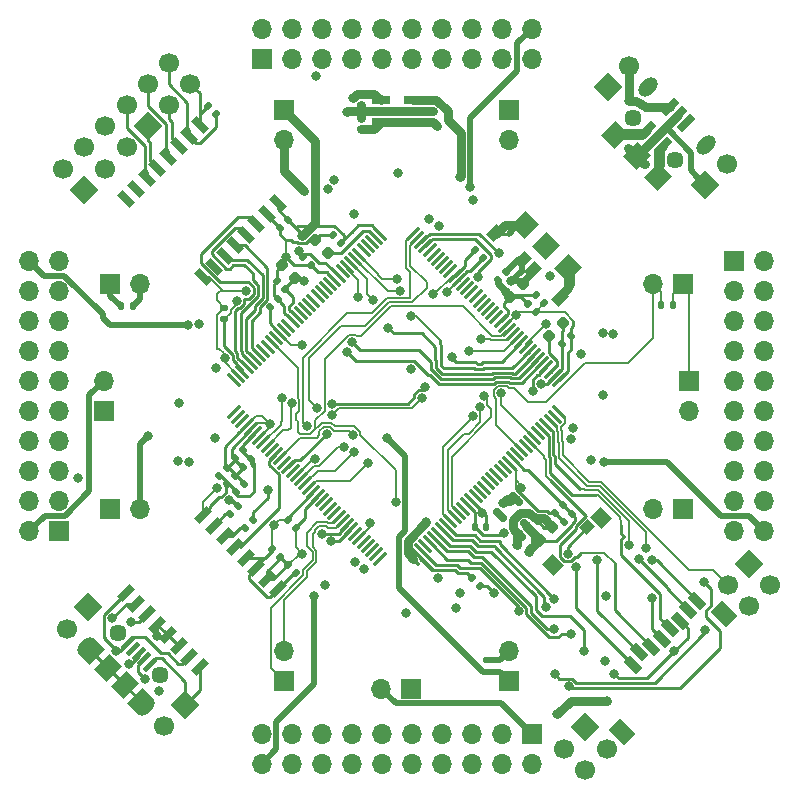
<source format=gbr>
G04 #@! TF.GenerationSoftware,KiCad,Pcbnew,5.99.0-unknown-29c2f3b7d4~131~ubuntu20.04.1*
G04 #@! TF.CreationDate,2021-09-13T23:51:00+03:00*
G04 #@! TF.ProjectId,FreeEEG32-alpha131,46726565-4545-4473-9332-2d616c706861,rev?*
G04 #@! TF.SameCoordinates,Original*
G04 #@! TF.FileFunction,Copper,L4,Bot*
G04 #@! TF.FilePolarity,Positive*
%FSLAX46Y46*%
G04 Gerber Fmt 4.6, Leading zero omitted, Abs format (unit mm)*
G04 Created by KiCad (PCBNEW 5.99.0-unknown-29c2f3b7d4~131~ubuntu20.04.1) date 2021-09-13 23:51:00*
%MOMM*%
%LPD*%
G01*
G04 APERTURE LIST*
G04 Aperture macros list*
%AMRoundRect*
0 Rectangle with rounded corners*
0 $1 Rounding radius*
0 $2 $3 $4 $5 $6 $7 $8 $9 X,Y pos of 4 corners*
0 Add a 4 corners polygon primitive as box body*
4,1,4,$2,$3,$4,$5,$6,$7,$8,$9,$2,$3,0*
0 Add four circle primitives for the rounded corners*
1,1,$1+$1,$2,$3*
1,1,$1+$1,$4,$5*
1,1,$1+$1,$6,$7*
1,1,$1+$1,$8,$9*
0 Add four rect primitives between the rounded corners*
20,1,$1+$1,$2,$3,$4,$5,0*
20,1,$1+$1,$4,$5,$6,$7,0*
20,1,$1+$1,$6,$7,$8,$9,0*
20,1,$1+$1,$8,$9,$2,$3,0*%
%AMHorizOval*
0 Thick line with rounded ends*
0 $1 width*
0 $2 $3 position (X,Y) of the first rounded end (center of the circle)*
0 $4 $5 position (X,Y) of the second rounded end (center of the circle)*
0 Add line between two ends*
20,1,$1,$2,$3,$4,$5,0*
0 Add two circle primitives to create the rounded ends*
1,1,$1,$2,$3*
1,1,$1,$4,$5*%
%AMRotRect*
0 Rectangle, with rotation*
0 The origin of the aperture is its center*
0 $1 length*
0 $2 width*
0 $3 Rotation angle, in degrees counterclockwise*
0 Add horizontal line*
21,1,$1,$2,0,0,$3*%
G04 Aperture macros list end*
G04 #@! TA.AperFunction,ComponentPad*
%ADD10RotRect,1.700000X1.700000X45.000000*%
G04 #@! TD*
G04 #@! TA.AperFunction,ComponentPad*
%ADD11HorizOval,1.700000X0.000000X0.000000X0.000000X0.000000X0*%
G04 #@! TD*
G04 #@! TA.AperFunction,ComponentPad*
%ADD12C,1.450000*%
G04 #@! TD*
G04 #@! TA.AperFunction,ComponentPad*
%ADD13HorizOval,1.200000X-0.247487X-0.247487X0.247487X0.247487X0*%
G04 #@! TD*
G04 #@! TA.AperFunction,ComponentPad*
%ADD14HorizOval,1.200000X0.247487X0.247487X-0.247487X-0.247487X0*%
G04 #@! TD*
G04 #@! TA.AperFunction,ComponentPad*
%ADD15RotRect,1.700000X1.700000X225.000000*%
G04 #@! TD*
G04 #@! TA.AperFunction,ComponentPad*
%ADD16HorizOval,1.700000X0.000000X0.000000X0.000000X0.000000X0*%
G04 #@! TD*
G04 #@! TA.AperFunction,ComponentPad*
%ADD17RotRect,1.700000X1.700000X315.000000*%
G04 #@! TD*
G04 #@! TA.AperFunction,ComponentPad*
%ADD18HorizOval,1.700000X0.000000X0.000000X0.000000X0.000000X0*%
G04 #@! TD*
G04 #@! TA.AperFunction,ComponentPad*
%ADD19RotRect,1.700000X1.700000X135.000000*%
G04 #@! TD*
G04 #@! TA.AperFunction,ComponentPad*
%ADD20HorizOval,1.700000X0.000000X0.000000X0.000000X0.000000X0*%
G04 #@! TD*
G04 #@! TA.AperFunction,ComponentPad*
%ADD21R,1.700000X1.700000*%
G04 #@! TD*
G04 #@! TA.AperFunction,ComponentPad*
%ADD22O,1.700000X1.700000*%
G04 #@! TD*
G04 #@! TA.AperFunction,SMDPad,CuDef*
%ADD23RotRect,1.560000X0.650000X45.000000*%
G04 #@! TD*
G04 #@! TA.AperFunction,SMDPad,CuDef*
%ADD24RoundRect,0.147500X-0.017678X0.226274X-0.226274X0.017678X0.017678X-0.226274X0.226274X-0.017678X0*%
G04 #@! TD*
G04 #@! TA.AperFunction,SMDPad,CuDef*
%ADD25RoundRect,0.218750X0.335876X0.026517X0.026517X0.335876X-0.335876X-0.026517X-0.026517X-0.335876X0*%
G04 #@! TD*
G04 #@! TA.AperFunction,SMDPad,CuDef*
%ADD26RoundRect,0.147500X0.017678X-0.226274X0.226274X-0.017678X-0.017678X0.226274X-0.226274X0.017678X0*%
G04 #@! TD*
G04 #@! TA.AperFunction,SMDPad,CuDef*
%ADD27RoundRect,0.147500X0.226274X0.017678X0.017678X0.226274X-0.226274X-0.017678X-0.017678X-0.226274X0*%
G04 #@! TD*
G04 #@! TA.AperFunction,SMDPad,CuDef*
%ADD28RotRect,1.550000X0.300000X45.000000*%
G04 #@! TD*
G04 #@! TA.AperFunction,SMDPad,CuDef*
%ADD29RotRect,1.550000X0.300000X315.000000*%
G04 #@! TD*
G04 #@! TA.AperFunction,SMDPad,CuDef*
%ADD30RotRect,1.500000X0.600000X45.000000*%
G04 #@! TD*
G04 #@! TA.AperFunction,SMDPad,CuDef*
%ADD31RotRect,0.900000X1.200000X315.000000*%
G04 #@! TD*
G04 #@! TA.AperFunction,SMDPad,CuDef*
%ADD32RoundRect,0.147500X-0.226274X-0.017678X-0.017678X-0.226274X0.226274X0.017678X0.017678X0.226274X0*%
G04 #@! TD*
G04 #@! TA.AperFunction,SMDPad,CuDef*
%ADD33RoundRect,0.218750X-0.026517X0.335876X-0.335876X0.026517X0.026517X-0.335876X0.335876X-0.026517X0*%
G04 #@! TD*
G04 #@! TA.AperFunction,SMDPad,CuDef*
%ADD34RotRect,1.500000X0.600000X135.000000*%
G04 #@! TD*
G04 #@! TA.AperFunction,SMDPad,CuDef*
%ADD35RotRect,0.400000X1.350000X135.000000*%
G04 #@! TD*
G04 #@! TA.AperFunction,SMDPad,CuDef*
%ADD36RotRect,1.200000X1.900000X135.000000*%
G04 #@! TD*
G04 #@! TA.AperFunction,SMDPad,CuDef*
%ADD37RotRect,1.500000X1.900000X135.000000*%
G04 #@! TD*
G04 #@! TA.AperFunction,SMDPad,CuDef*
%ADD38RotRect,1.400000X1.900000X225.000000*%
G04 #@! TD*
G04 #@! TA.AperFunction,SMDPad,CuDef*
%ADD39RotRect,1.300000X1.400000X225.000000*%
G04 #@! TD*
G04 #@! TA.AperFunction,SMDPad,CuDef*
%ADD40RotRect,0.800000X1.500000X225.000000*%
G04 #@! TD*
G04 #@! TA.AperFunction,SMDPad,CuDef*
%ADD41RotRect,1.000000X0.950000X225.000000*%
G04 #@! TD*
G04 #@! TA.AperFunction,SMDPad,CuDef*
%ADD42RotRect,0.900000X1.200000X135.000000*%
G04 #@! TD*
G04 #@! TA.AperFunction,SMDPad,CuDef*
%ADD43RoundRect,0.147500X-0.147500X-0.172500X0.147500X-0.172500X0.147500X0.172500X-0.147500X0.172500X0*%
G04 #@! TD*
G04 #@! TA.AperFunction,SMDPad,CuDef*
%ADD44RoundRect,0.147500X0.172500X-0.147500X0.172500X0.147500X-0.172500X0.147500X-0.172500X-0.147500X0*%
G04 #@! TD*
G04 #@! TA.AperFunction,SMDPad,CuDef*
%ADD45RoundRect,0.218750X0.026517X-0.335876X0.335876X-0.026517X-0.026517X0.335876X-0.335876X0.026517X0*%
G04 #@! TD*
G04 #@! TA.AperFunction,SMDPad,CuDef*
%ADD46RotRect,1.700000X1.600000X225.000000*%
G04 #@! TD*
G04 #@! TA.AperFunction,SMDPad,CuDef*
%ADD47RoundRect,0.140000X-0.170000X0.140000X-0.170000X-0.140000X0.170000X-0.140000X0.170000X0.140000X0*%
G04 #@! TD*
G04 #@! TA.AperFunction,SMDPad,CuDef*
%ADD48RoundRect,0.135000X0.135000X0.185000X-0.135000X0.185000X-0.135000X-0.185000X0.135000X-0.185000X0*%
G04 #@! TD*
G04 #@! TA.AperFunction,SMDPad,CuDef*
%ADD49RoundRect,0.140000X0.170000X-0.140000X0.170000X0.140000X-0.170000X0.140000X-0.170000X-0.140000X0*%
G04 #@! TD*
G04 #@! TA.AperFunction,SMDPad,CuDef*
%ADD50R,1.560000X0.650000*%
G04 #@! TD*
G04 #@! TA.AperFunction,SMDPad,CuDef*
%ADD51RoundRect,0.225000X-0.017678X0.335876X-0.335876X0.017678X0.017678X-0.335876X0.335876X-0.017678X0*%
G04 #@! TD*
G04 #@! TA.AperFunction,SMDPad,CuDef*
%ADD52RoundRect,0.135000X-0.135000X-0.185000X0.135000X-0.185000X0.135000X0.185000X-0.135000X0.185000X0*%
G04 #@! TD*
G04 #@! TA.AperFunction,SMDPad,CuDef*
%ADD53RoundRect,0.150000X0.468458X-0.256326X-0.256326X0.468458X-0.468458X0.256326X0.256326X-0.468458X0*%
G04 #@! TD*
G04 #@! TA.AperFunction,SMDPad,CuDef*
%ADD54RoundRect,0.135000X-0.185000X0.135000X-0.185000X-0.135000X0.185000X-0.135000X0.185000X0.135000X0*%
G04 #@! TD*
G04 #@! TA.AperFunction,ViaPad*
%ADD55C,0.800000*%
G04 #@! TD*
G04 #@! TA.AperFunction,Conductor*
%ADD56C,0.250000*%
G04 #@! TD*
G04 #@! TA.AperFunction,Conductor*
%ADD57C,0.200000*%
G04 #@! TD*
G04 #@! TA.AperFunction,Conductor*
%ADD58C,0.500000*%
G04 #@! TD*
G04 #@! TA.AperFunction,Conductor*
%ADD59C,0.750000*%
G04 #@! TD*
G04 APERTURE END LIST*
D10*
X17888949Y26143949D03*
D11*
X19685000Y27940000D03*
D12*
X23593623Y20039345D03*
D13*
X26209918Y21241427D03*
D12*
X20058089Y23574879D03*
D14*
X21260171Y26191174D03*
D10*
X26143949Y17888949D03*
D11*
X27940000Y19685000D03*
D15*
X-17888949Y-26143949D03*
D16*
X-19685000Y-27940000D03*
D15*
X-26143949Y-17888949D03*
D16*
X-27940000Y-19685000D03*
D17*
X15983949Y-28048949D03*
D18*
X17780000Y-29845000D03*
X14187898Y-29845000D03*
X15983949Y-31641051D03*
D19*
X-21063949Y22860000D03*
D20*
X-22860000Y24656051D03*
X-19267898Y24656051D03*
X-21063949Y26452102D03*
X-17471847Y26452102D03*
X-19267898Y28248154D03*
D17*
X29845000Y-14187898D03*
D18*
X31641051Y-15983949D03*
X28048949Y-15983949D03*
X29845000Y-17780000D03*
D19*
X-26452102Y17471846D03*
D20*
X-28248153Y19267897D03*
X-24656051Y19267897D03*
X-26452102Y21063948D03*
X-22860000Y21063948D03*
X-24656051Y22860000D03*
D21*
X24257000Y-9525000D03*
D22*
X21717000Y-9525000D03*
D21*
X-24257000Y9525000D03*
D22*
X-21717000Y9525000D03*
D21*
X11430000Y-28575000D03*
D22*
X11430000Y-31115000D03*
X8890000Y-28575000D03*
X8890000Y-31115000D03*
X6350000Y-28575000D03*
X6350000Y-31115000D03*
X3810000Y-28575000D03*
X3810000Y-31115000D03*
X1270000Y-28575000D03*
X1270000Y-31115000D03*
X-1270000Y-28575000D03*
X-1270000Y-31115000D03*
X-3810000Y-28575000D03*
X-3810000Y-31115000D03*
X-6350000Y-28575000D03*
X-6350000Y-31115000D03*
X-8890000Y-28575000D03*
X-8890000Y-31115000D03*
X-11430000Y-28575000D03*
X-11430000Y-31115000D03*
D21*
X-24257000Y-9525000D03*
D22*
X-21717000Y-9525000D03*
D21*
X28575000Y11430000D03*
D22*
X31115000Y11430000D03*
X28575000Y8890000D03*
X31115000Y8890000D03*
X28575000Y6350000D03*
X31115000Y6350000D03*
X28575000Y3810000D03*
X31115000Y3810000D03*
X28575000Y1270000D03*
X31115000Y1270000D03*
X28575000Y-1270000D03*
X31115000Y-1270000D03*
X28575000Y-3810000D03*
X31115000Y-3810000D03*
X28575000Y-6350000D03*
X31115000Y-6350000D03*
X28575000Y-8890000D03*
X31115000Y-8890000D03*
X28575000Y-11430000D03*
X31115000Y-11430000D03*
D21*
X1250000Y-24790000D03*
D22*
X-1290000Y-24790000D03*
D21*
X-28575000Y-11430000D03*
D22*
X-31115000Y-11430000D03*
X-28575000Y-8890000D03*
X-31115000Y-8890000D03*
X-28575000Y-6350000D03*
X-31115000Y-6350000D03*
X-28575000Y-3810000D03*
X-31115000Y-3810000D03*
X-28575000Y-1270000D03*
X-31115000Y-1270000D03*
X-28575000Y1270000D03*
X-31115000Y1270000D03*
X-28575000Y3810000D03*
X-31115000Y3810000D03*
X-28575000Y6350000D03*
X-31115000Y6350000D03*
X-28575000Y8890000D03*
X-31115000Y8890000D03*
X-28575000Y11430000D03*
X-31115000Y11430000D03*
D21*
X9525000Y-24130000D03*
D22*
X9525000Y-21590000D03*
D21*
X-11430000Y28575000D03*
D22*
X-11430000Y31115000D03*
X-8890000Y28575000D03*
X-8890000Y31115000D03*
X-6350000Y28575000D03*
X-6350000Y31115000D03*
X-3810000Y28575000D03*
X-3810000Y31115000D03*
X-1270000Y28575000D03*
X-1270000Y31115000D03*
X1270000Y28575000D03*
X1270000Y31115000D03*
X3810000Y28575000D03*
X3810000Y31115000D03*
X6350000Y28575000D03*
X6350000Y31115000D03*
X8890000Y28575000D03*
X8890000Y31115000D03*
X11430000Y28575000D03*
X11430000Y31115000D03*
D21*
X-9525000Y24257000D03*
D22*
X-9525000Y21717000D03*
D21*
X24257000Y9525000D03*
D22*
X21717000Y9525000D03*
D21*
X-24790000Y-1250000D03*
D22*
X-24790000Y1290000D03*
D21*
X-9525000Y-24130000D03*
D22*
X-9525000Y-21590000D03*
D21*
X24790000Y1250000D03*
D22*
X24790000Y-1290000D03*
D21*
X9525000Y24257000D03*
D22*
X9525000Y21717000D03*
D23*
X22577157Y21214910D03*
X21905406Y21886662D03*
X21233654Y22558413D03*
X23142843Y24467602D03*
X23814594Y23795850D03*
X24486346Y23124099D03*
D24*
X-14389053Y-6083253D03*
X-15074947Y-6769147D03*
D25*
X-8587153Y9984153D03*
X-9700847Y11097847D03*
D26*
X14160453Y-10655347D03*
X14846347Y-9969453D03*
X-13042947Y-5981747D03*
X-12357053Y-5295853D03*
D27*
X-9436053Y9055053D03*
X-10121947Y9740947D03*
D28*
X-1378858Y-13753227D03*
X-1732412Y-13399674D03*
X-2085965Y-13046120D03*
X-2439518Y-12692567D03*
X-2793072Y-12339013D03*
X-3146625Y-11985460D03*
X-3500179Y-11631907D03*
X-3853732Y-11278353D03*
X-4207285Y-10924800D03*
X-4560839Y-10571246D03*
X-4914392Y-10217693D03*
X-5267946Y-9864140D03*
X-5621499Y-9510586D03*
X-5975052Y-9157033D03*
X-6328606Y-8803479D03*
X-6682159Y-8449926D03*
X-7035712Y-8096373D03*
X-7389266Y-7742819D03*
X-7742819Y-7389266D03*
X-8096373Y-7035712D03*
X-8449926Y-6682159D03*
X-8803479Y-6328606D03*
X-9157033Y-5975052D03*
X-9510586Y-5621499D03*
X-9864140Y-5267946D03*
X-10217693Y-4914392D03*
X-10571246Y-4560839D03*
X-10924800Y-4207285D03*
X-11278353Y-3853732D03*
X-11631907Y-3500179D03*
X-11985460Y-3146625D03*
X-12339013Y-2793072D03*
X-12692567Y-2439518D03*
X-13046120Y-2085965D03*
X-13399674Y-1732412D03*
X-13753227Y-1378858D03*
D29*
X-13753227Y1378858D03*
X-13399674Y1732412D03*
X-13046120Y2085965D03*
X-12692567Y2439518D03*
X-12339013Y2793072D03*
X-11985460Y3146625D03*
X-11631907Y3500179D03*
X-11278353Y3853732D03*
X-10924800Y4207285D03*
X-10571246Y4560839D03*
X-10217693Y4914392D03*
X-9864140Y5267946D03*
X-9510586Y5621499D03*
X-9157033Y5975052D03*
X-8803479Y6328606D03*
X-8449926Y6682159D03*
X-8096373Y7035712D03*
X-7742819Y7389266D03*
X-7389266Y7742819D03*
X-7035712Y8096373D03*
X-6682159Y8449926D03*
X-6328606Y8803479D03*
X-5975052Y9157033D03*
X-5621499Y9510586D03*
X-5267946Y9864140D03*
X-4914392Y10217693D03*
X-4560839Y10571246D03*
X-4207285Y10924800D03*
X-3853732Y11278353D03*
X-3500179Y11631907D03*
X-3146625Y11985460D03*
X-2793072Y12339013D03*
X-2439518Y12692567D03*
X-2085965Y13046120D03*
X-1732412Y13399674D03*
X-1378858Y13753227D03*
D28*
X1378858Y13753227D03*
X1732412Y13399674D03*
X2085965Y13046120D03*
X2439518Y12692567D03*
X2793072Y12339013D03*
X3146625Y11985460D03*
X3500179Y11631907D03*
X3853732Y11278353D03*
X4207285Y10924800D03*
X4560839Y10571246D03*
X4914392Y10217693D03*
X5267946Y9864140D03*
X5621499Y9510586D03*
X5975052Y9157033D03*
X6328606Y8803479D03*
X6682159Y8449926D03*
X7035712Y8096373D03*
X7389266Y7742819D03*
X7742819Y7389266D03*
X8096373Y7035712D03*
X8449926Y6682159D03*
X8803479Y6328606D03*
X9157033Y5975052D03*
X9510586Y5621499D03*
X9864140Y5267946D03*
X10217693Y4914392D03*
X10571246Y4560839D03*
X10924800Y4207285D03*
X11278353Y3853732D03*
X11631907Y3500179D03*
X11985460Y3146625D03*
X12339013Y2793072D03*
X12692567Y2439518D03*
X13046120Y2085965D03*
X13399674Y1732412D03*
X13753227Y1378858D03*
D29*
X13753227Y-1378858D03*
X13399674Y-1732412D03*
X13046120Y-2085965D03*
X12692567Y-2439518D03*
X12339013Y-2793072D03*
X11985460Y-3146625D03*
X11631907Y-3500179D03*
X11278353Y-3853732D03*
X10924800Y-4207285D03*
X10571246Y-4560839D03*
X10217693Y-4914392D03*
X9864140Y-5267946D03*
X9510586Y-5621499D03*
X9157033Y-5975052D03*
X8803479Y-6328606D03*
X8449926Y-6682159D03*
X8096373Y-7035712D03*
X7742819Y-7389266D03*
X7389266Y-7742819D03*
X7035712Y-8096373D03*
X6682159Y-8449926D03*
X6328606Y-8803479D03*
X5975052Y-9157033D03*
X5621499Y-9510586D03*
X5267946Y-9864140D03*
X4914392Y-10217693D03*
X4560839Y-10571246D03*
X4207285Y-10924800D03*
X3853732Y-11278353D03*
X3500179Y-11631907D03*
X3146625Y-11985460D03*
X2793072Y-12339013D03*
X2439518Y-12692567D03*
X2085965Y-13046120D03*
X1732412Y-13399674D03*
X1378858Y-13753227D03*
D24*
X-13423853Y-9309053D03*
X-14109747Y-9994947D03*
D30*
X-16654957Y-22941136D03*
X-17552983Y-22043111D03*
X-18451008Y-21145085D03*
X-19349034Y-20247059D03*
X-20247059Y-19349034D03*
X-21145085Y-18451008D03*
X-22043111Y-17552983D03*
X-22941136Y-16654957D03*
X-16365043Y-10078864D03*
X-15467017Y-10976889D03*
X-14568992Y-11874915D03*
X-13670966Y-12772941D03*
X-12772941Y-13670966D03*
X-11874915Y-14568992D03*
X-10976889Y-15467017D03*
X-10078864Y-16365043D03*
D24*
X14731917Y5105066D03*
X14046023Y4419172D03*
D31*
X11533274Y10672982D03*
X13866726Y8339530D03*
D27*
X12484147Y7861253D03*
X11798253Y8547147D03*
D32*
X-9232947Y-10452053D03*
X-8547053Y-11137947D03*
D33*
X10716847Y9506257D03*
X9603153Y8392563D03*
D27*
X7327947Y11722053D03*
X6642053Y12407947D03*
D32*
X-10553747Y-12941253D03*
X-9867853Y-13627147D03*
D24*
X-12128453Y-10502853D03*
X-12814347Y-11188747D03*
D25*
X-5793153Y12143153D03*
X-6906847Y13256847D03*
D24*
X-13703253Y-6769053D03*
X-14389147Y-7454947D03*
D34*
X-10078864Y16365043D03*
X-10976889Y15467017D03*
X-11874915Y14568992D03*
X-12772941Y13670966D03*
X-13670966Y12772941D03*
X-14568992Y11874915D03*
X-15467017Y10976889D03*
X-16365043Y10078864D03*
X-22941136Y16654957D03*
X-22043111Y17552983D03*
X-21145085Y18451008D03*
X-20247059Y19349034D03*
X-19349034Y20247059D03*
X-18451008Y21145085D03*
X-17552983Y22043111D03*
X-16654957Y22941136D03*
D24*
X-9182053Y14947947D03*
X-9867947Y14262053D03*
D35*
X-20906618Y-22745095D03*
X-21366237Y-22285476D03*
X-21825856Y-21825856D03*
X-22285476Y-21366237D03*
X-22745095Y-20906618D03*
D12*
X-23593623Y-20058089D03*
D13*
X-21260171Y-26209918D03*
D36*
X-25785654Y-21684435D03*
X-21684435Y-25785654D03*
D37*
X-24442151Y-23027938D03*
X-23027938Y-24442151D03*
D12*
X-20058089Y-23593623D03*
D14*
X-26209918Y-21260171D03*
D38*
X19107710Y-28444210D03*
D39*
X13238724Y-14302074D03*
D38*
X27699058Y-18438649D03*
D39*
X17269232Y-10271565D03*
D40*
X20005736Y-22752000D03*
X20500710Y-21691340D03*
X21561371Y-21196365D03*
X22480609Y-20559969D03*
X23117006Y-19640730D03*
X24036244Y-19004334D03*
X24672640Y-18085095D03*
X25450458Y-17307278D03*
D41*
X16130791Y-11098880D03*
D32*
X6388053Y-15405053D03*
X7073947Y-16090947D03*
D27*
X-4737053Y12992053D03*
X-5422947Y13677947D03*
D42*
X10691726Y11514530D03*
X8358274Y13847982D03*
D43*
X6627000Y-11099800D03*
X7597000Y-11099800D03*
D26*
X-10756947Y7531053D03*
X-10071053Y8216947D03*
D24*
X9232947Y10488975D03*
X8547053Y9803081D03*
D27*
X11772947Y7150053D03*
X11087053Y7835947D03*
D44*
X-14605000Y6500000D03*
X-14605000Y7470000D03*
D45*
X12942105Y5094272D03*
X14055799Y6207966D03*
D24*
X-12941253Y-7404053D03*
X-13627147Y-8089947D03*
D26*
X-13703347Y-5270547D03*
X-13017453Y-4584653D03*
D32*
X-15963947Y24599947D03*
X-15278053Y23914053D03*
D27*
X-8496253Y-14998747D03*
X-9182147Y-14312853D03*
D26*
X13373053Y-9867947D03*
X14058947Y-9182053D03*
D32*
X-7962947Y11772947D03*
X-7277053Y11087053D03*
D46*
X18532325Y22124428D03*
X20328377Y20328377D03*
X22124428Y18532325D03*
X14487675Y10895572D03*
X12691623Y12691623D03*
X10895572Y14487675D03*
D47*
X-3048000Y25626000D03*
X-3048000Y24666000D03*
D48*
X-22350000Y7620000D03*
X-23370000Y7620000D03*
D49*
X-3048000Y22634000D03*
X-3048000Y23594000D03*
D50*
X1350000Y25080000D03*
X1350000Y24130000D03*
X1350000Y23180000D03*
X-1350000Y23180000D03*
X-1350000Y25080000D03*
D51*
X13197208Y-11059792D03*
X12101192Y-12155808D03*
D52*
X22350000Y7747000D03*
X23370000Y7747000D03*
D53*
X11686885Y-10343383D03*
X11015134Y-11015134D03*
X10343383Y-11686885D03*
X8734715Y-10078217D03*
X10078217Y-8734715D03*
D47*
X3048000Y25118000D03*
X3048000Y24158000D03*
D54*
X7620000Y-22350000D03*
X7620000Y-23370000D03*
D55*
X14740000Y-3600000D03*
X-3480000Y-14050000D03*
X-14500000Y3210000D03*
X3550000Y14390000D03*
X12236734Y1054813D03*
X-27000000Y-6920000D03*
X-6836147Y27139401D03*
X2490000Y-10680000D03*
X-2260000Y-10700000D03*
X-7810514Y17356625D03*
X11543040Y438173D03*
X-21033500Y-3327000D03*
X5374990Y18584990D03*
X-6962533Y-16927467D03*
X-17644043Y6046339D03*
X6243489Y17683489D03*
X17550000Y-5560000D03*
X3426187Y22842413D03*
X14974471Y-2703657D03*
X15578931Y3552431D03*
X2770000Y15000000D03*
X-3646956Y15417644D03*
X-15249890Y2428103D03*
X-15411258Y-3501258D03*
X-2749587Y-14620004D03*
X3540000Y-15390000D03*
X-3723185Y25276989D03*
X-4160134Y24049641D03*
X-800000Y-3570000D03*
X80000Y18870000D03*
X-18410000Y-610000D03*
X771234Y-18319796D03*
X17490000Y60000D03*
X5010000Y-17930000D03*
X-18492176Y-5518182D03*
X-5258432Y18302427D03*
X18353550Y5229555D03*
X5380000Y-16640000D03*
X-6044676Y-16025967D03*
X-17568045Y-5584443D03*
X-5827091Y17570967D03*
X17439412Y5380417D03*
X16449505Y-5423500D03*
X-16718500Y6088500D03*
X6439795Y16631254D03*
X13028525Y10135511D03*
X9025500Y-9078127D03*
X-6317712Y-11624138D03*
X-5569306Y-12275638D03*
X9708626Y9725368D03*
X10160000Y-12573000D03*
X17831900Y-25810098D03*
X13600860Y-26940775D03*
X-20312380Y-20286980D03*
X-22638184Y-22693871D03*
X-21331501Y-23959753D03*
X15875000Y-21601770D03*
X6913016Y10100070D03*
X2394132Y778247D03*
X-14158904Y-8820090D03*
X-5471500Y-666633D03*
X2162303Y-118783D03*
X8666709Y12086890D03*
X-5471500Y-1593136D03*
X-10908613Y-7938372D03*
X26153812Y-19752918D03*
X-3691741Y-3302241D03*
X13424651Y-23549736D03*
X10333488Y-18202574D03*
X13335000Y-19685000D03*
X13335000Y-17145000D03*
X12627892Y-17870000D03*
X9081011Y-11619003D03*
X21618291Y-17116709D03*
X17604054Y-22400946D03*
X-13549349Y8078241D03*
X-10401109Y-10909108D03*
X-8255311Y12284154D03*
X10562829Y-7788408D03*
X-7855001Y9760001D03*
X17734003Y-16911597D03*
X-10744218Y-2376500D03*
X4258811Y8850732D03*
X10151640Y6895553D03*
X-7970599Y13586986D03*
X14808200Y-20091400D03*
X-4175070Y3736500D03*
X1179751Y6794508D03*
X-699500Y5779500D03*
X19685000Y25020960D03*
X-3763873Y4566756D03*
X16964358Y-13894724D03*
X19705990Y-12637011D03*
X15198910Y-14456631D03*
X21082000Y-12827000D03*
X4713500Y3290713D03*
X21663511Y-13896489D03*
X20515858Y-13774142D03*
X6093543Y3812457D03*
X14478000Y-13335000D03*
X7120105Y4839019D03*
X14558062Y-24569169D03*
X26035000Y-15748000D03*
X-8015317Y4306678D03*
X-5914343Y-3196874D03*
X-2452984Y-5683986D03*
X-66500Y-8981286D03*
X12689832Y6143640D03*
X8863528Y241500D03*
X-7620000Y-2540000D03*
X-3253266Y8430734D03*
X-2032000Y8128000D03*
X58618Y9921553D03*
X-20134580Y-24960580D03*
X-22506973Y-19136720D03*
X-24056340Y-18811240D03*
X308957Y8899522D03*
X-3639871Y-4765428D03*
X-4450042Y-4315952D03*
X-6926396Y-5287758D03*
X-6724259Y-1025735D03*
X-9660574Y-117439D03*
X-23721882Y-21556174D03*
X9273733Y8785981D03*
X11201400Y-13208000D03*
X8217356Y-16630000D03*
X23495000Y-21590000D03*
X-7969794Y-13343813D03*
X12275724Y12340543D03*
X7257256Y-9921164D03*
X-12737670Y8889919D03*
X-15164435Y-7760251D03*
X3048000Y8636000D03*
X1207500Y2293260D03*
X-9398000Y11811000D03*
X18415000Y-23495000D03*
X-8852676Y-570989D03*
X7393500Y22353D03*
X7079885Y-881712D03*
X6453385Y-1714004D03*
D56*
X-13046120Y2225235D02*
X-13598161Y2777276D01*
X-12095193Y9168809D02*
X-12095193Y9169678D01*
X-13437988Y15170032D02*
X-12475955Y15170032D01*
X-11710179Y9316257D02*
X-11710179Y9316261D01*
X-12086169Y9159781D02*
X-12086689Y9160301D01*
X-14413671Y10807443D02*
X-15636464Y12030236D01*
X-13811541Y11112070D02*
X-14116168Y10807443D01*
X-12086169Y8620057D02*
X-12086169Y9159781D01*
X-13598161Y2812632D02*
X-13848499Y3062970D01*
X-11722196Y9331015D02*
X-11762566Y9371385D01*
X-13848499Y3479862D02*
X-14605000Y4236363D01*
X-12153791Y9258021D02*
X-12153791Y9308177D01*
X-13373981Y14272006D02*
X-12772941Y13670966D01*
X-13471989Y3635818D02*
X-13646990Y3810819D01*
X-13095479Y3791774D02*
X-13157456Y3853751D01*
X-12475955Y15170032D02*
X-11874915Y14568992D01*
X-11709659Y9315737D02*
X-11710179Y9316257D01*
X-16545560Y12062460D02*
X-13437988Y15170032D01*
X-13646990Y7191898D02*
X-13412148Y7426740D01*
X-12098706Y9173191D02*
X-12098706Y9175059D01*
X-12692567Y2439518D02*
X-13471988Y3218939D01*
X-12177988Y10394908D02*
X-12895150Y11112070D01*
X-12897848Y8238418D02*
X-12467808Y8238418D01*
X-13598161Y2777276D02*
X-13598161Y2812632D01*
X-13471988Y3218939D02*
X-13471989Y3635818D01*
X-16545560Y11275466D02*
X-16545560Y12062460D01*
X-12339013Y2793072D02*
X-13095478Y3549537D01*
X-11777281Y9413977D02*
X-11777281Y9464133D01*
X-13412148Y7426740D02*
X-13279487Y7426740D01*
X-14116168Y10807443D02*
X-14413671Y10807443D01*
X-13095478Y3549537D02*
X-13095479Y3791774D01*
X-11718683Y9324765D02*
X-11718683Y9325634D01*
X-12543206Y9697592D02*
X-14967686Y9697592D01*
X-11762566Y9399262D02*
X-11777281Y9413977D01*
X-11762566Y9371385D02*
X-11762566Y9399262D01*
X-12153791Y9308177D02*
X-12543206Y9697592D01*
X-11722196Y9329147D02*
X-11722196Y9331015D01*
X-13157456Y3853751D02*
X-13157456Y7016304D01*
X-11710179Y9316261D02*
X-11718683Y9324765D01*
X-11777281Y9464133D02*
X-12177988Y9864840D01*
X-13279487Y7426740D02*
X-12897848Y7808379D01*
X-11718683Y9325634D02*
X-11722196Y9329147D01*
X-13157456Y7016304D02*
X-11709658Y8464102D01*
X-13848499Y3062970D02*
X-13848499Y3479862D01*
X-14967686Y9697592D02*
X-16545560Y11275466D01*
X-12897848Y7808379D02*
X-12897848Y8238418D01*
X-12177988Y9864840D02*
X-12177988Y10394908D01*
X-13046120Y2085965D02*
X-13046120Y2225235D01*
X-12086689Y9160305D02*
X-12095193Y9168809D01*
X-11709658Y8464102D02*
X-11709659Y9315737D01*
X-12086689Y9160301D02*
X-12086689Y9160305D01*
X-13646990Y3810819D02*
X-13646990Y7191898D01*
X-13692197Y14272006D02*
X-13373981Y14272006D01*
X-12139076Y9243306D02*
X-12153791Y9258021D01*
X-14605000Y4236363D02*
X-14605000Y6500000D01*
X-12467808Y8238418D02*
X-12086169Y8620057D01*
X-12895150Y11112070D02*
X-13811541Y11112070D01*
X-12139076Y9215429D02*
X-12139076Y9243306D01*
X-15636464Y12327739D02*
X-13692197Y14272006D01*
X-12095193Y9169678D02*
X-12098706Y9173191D01*
X-15636464Y12030236D02*
X-15636464Y12327739D01*
X-12098706Y9175059D02*
X-12139076Y9215429D01*
X3250531Y13768106D02*
X3280138Y13738499D01*
X2085965Y13046120D02*
X2807951Y13768106D01*
X2807951Y13768106D02*
X3250531Y13768106D01*
X3280138Y13738499D02*
X7015100Y13738499D01*
X7015100Y13738499D02*
X8666709Y12086890D01*
X3575844Y1050364D02*
X2819949Y1806259D01*
X1866598Y3878580D02*
X-3075697Y3878580D01*
X2819949Y1806259D02*
X2643827Y1806258D01*
X-246380Y5326380D02*
X-699500Y5779500D01*
X11890968Y1782156D02*
X11509329Y1400517D01*
D57*
X8452315Y-2441908D02*
X8452315Y-233294D01*
X9338322Y868001D02*
X9508322Y698001D01*
X11631907Y-3500179D02*
X8863528Y-731800D01*
D56*
X12692567Y2439518D02*
X12035205Y1782156D01*
X12722075Y1054813D02*
X12236734Y1054813D01*
D57*
X8237027Y501006D02*
X8604022Y868001D01*
D56*
X3289978Y4177622D02*
X2141220Y5326380D01*
X2141220Y5326380D02*
X-246380Y5326380D01*
X8133318Y1426875D02*
X3731798Y1426875D01*
X3339977Y3040905D02*
X3289978Y3090904D01*
X12267879Y2793072D02*
X10624319Y1149512D01*
X9553922Y1149512D02*
X9483922Y1219512D01*
X8302465Y1596022D02*
X8133318Y1426875D01*
X9483922Y1219512D02*
X8458421Y1219512D01*
D57*
X9921999Y698001D02*
X11130000Y-510000D01*
D56*
X10364857Y1526022D02*
X9709878Y1526022D01*
D57*
X21717000Y4887000D02*
X21717000Y9525000D01*
D56*
X11509329Y1400517D02*
X11509329Y860793D01*
D57*
X8604022Y868001D02*
X9338322Y868001D01*
D56*
X1932001Y2593359D02*
X1507599Y3017761D01*
X9852385Y1915981D02*
X9795832Y1972534D01*
X11631907Y3500179D02*
X10047709Y1915981D01*
D57*
X15920000Y2780000D02*
X19610000Y2780000D01*
D56*
X3339977Y2381524D02*
X3339978Y2526718D01*
X2975902Y2182771D02*
X2903053Y2182771D01*
X13399674Y1732412D02*
X12722075Y1054813D01*
X3805515Y1915982D02*
X3339977Y2381524D01*
X12035205Y1782156D02*
X11890968Y1782156D01*
X2890467Y2195357D02*
X2890467Y2854711D01*
X11543040Y827082D02*
X11543040Y438173D01*
X8458421Y1219512D02*
X8289273Y1050364D01*
X9795832Y1972534D02*
X8147544Y1972532D01*
X3731798Y1426875D02*
X2975902Y2182771D01*
D57*
X12630000Y-510000D02*
X15920000Y2780000D01*
D56*
X1932001Y2518084D02*
X1932001Y2593359D01*
D57*
X9508322Y698001D02*
X9921999Y698001D01*
D56*
X9709878Y1526022D02*
X9639877Y1596023D01*
D57*
X8237027Y-18006D02*
X8237027Y501006D01*
D56*
X1507599Y3017761D02*
X-3456331Y3017761D01*
X8090994Y1915982D02*
X3805515Y1915982D01*
D57*
X8452315Y-233294D02*
X8237027Y-18006D01*
D56*
X9639877Y1596023D02*
X8302465Y1596022D01*
D57*
X11130000Y-510000D02*
X12630000Y-510000D01*
D56*
X2903053Y2182771D02*
X2890467Y2195357D01*
D57*
X10571246Y-4560839D02*
X8452315Y-2441908D01*
D56*
X-3075697Y3878580D02*
X-3763873Y4566756D01*
X11985460Y3146625D02*
X10364857Y1526022D01*
X2643827Y1806258D02*
X1932001Y2518084D01*
X10047709Y1915981D02*
X9852385Y1915981D01*
X2890467Y2854711D02*
X1866598Y3878580D01*
X8147544Y1972532D02*
X8090994Y1915982D01*
X8289273Y1050364D02*
X3575844Y1050364D01*
X10624319Y1149512D02*
X9553922Y1149512D01*
D57*
X8863528Y-731800D02*
X8863528Y241500D01*
D56*
X3289978Y3090904D02*
X3289978Y4177622D01*
D57*
X19610000Y2780000D02*
X21717000Y4887000D01*
D56*
X-3456331Y3017761D02*
X-4175070Y3736500D01*
X11509329Y860793D02*
X11543040Y827082D01*
X3339978Y2526718D02*
X3339977Y3040905D01*
X12339013Y2793072D02*
X12267879Y2793072D01*
X14046023Y4891204D02*
X14046023Y4419172D01*
X-6317712Y-11624138D02*
X-4906623Y-11624138D01*
X-4906623Y-11624138D02*
X-4207285Y-10924800D01*
X-3853732Y-11278353D02*
X-4851017Y-12275638D01*
X-4851017Y-12275638D02*
X-5569306Y-12275638D01*
D57*
X-4560839Y-10571246D02*
X-5165593Y-11176000D01*
X-10668000Y-17908034D02*
X-10668000Y-22987000D01*
X-5803716Y-10744734D02*
X-5880450Y-10668000D01*
X-5165593Y-11176000D02*
X-5834206Y-11176000D01*
X-7112000Y-12746244D02*
X-6785489Y-13072755D01*
X-5834206Y-11176000D02*
X-6012569Y-10997637D01*
X-7620000Y-11578663D02*
X-7620000Y-12700000D01*
X-6577218Y-10997637D02*
X-6944213Y-11364632D01*
X-6944213Y-11364632D02*
X-6944213Y-11469969D01*
X-6944213Y-11469969D02*
X-7112000Y-11637756D01*
X-6785489Y-13072755D02*
X-6785489Y-14027482D01*
X-10668000Y-22987000D02*
X-9525000Y-24130000D01*
X-7620000Y-12700000D02*
X-7112000Y-13208000D01*
X-5880450Y-10668000D02*
X-6709337Y-10668000D01*
X-9525000Y-17226790D02*
X-9525000Y-21590000D01*
X-6785489Y-14027482D02*
X-7566558Y-14808551D01*
X-7112000Y-13892237D02*
X-7893069Y-14673306D01*
X-6709337Y-10668000D02*
X-7620000Y-11578663D01*
X-7893069Y-15133103D02*
X-10668000Y-17908034D01*
X-7112000Y-13208000D02*
X-7112000Y-13892237D01*
X-7893069Y-14673306D02*
X-7893069Y-15133103D01*
X-4914392Y-10217693D02*
X-5441433Y-10744734D01*
X-7566558Y-14808551D02*
X-7566558Y-15268348D01*
X-7566558Y-15268348D02*
X-9525000Y-17226790D01*
X-7112000Y-11637756D02*
X-7112000Y-12746244D01*
X-5441433Y-10744734D02*
X-5803716Y-10744734D01*
X-6012569Y-10997637D02*
X-6577218Y-10997637D01*
D56*
X-13246702Y-12772941D02*
X-9980000Y-9506239D01*
X-9980000Y-9506239D02*
X-9980000Y-6603803D01*
X-9980000Y-6603803D02*
X-10769734Y-5814070D01*
X-10769734Y-5814070D02*
X-10769734Y-5466433D01*
X-10769734Y-5466433D02*
X-10217693Y-4914392D01*
D57*
X-6974920Y-5914259D02*
X-6559806Y-5914259D01*
X-6559806Y-5914259D02*
X-4961499Y-4315952D01*
X-4961499Y-4315952D02*
X-4450042Y-4315952D01*
X-9864140Y-5267946D02*
X-8154745Y-3558551D01*
X-7194073Y-3556000D02*
X-6770581Y-3556000D01*
X-6770581Y-3556000D02*
X-6540844Y-3326263D01*
X-6540844Y-2937368D02*
X-6173849Y-2570373D01*
X-8154745Y-3558551D02*
X-7196624Y-3558551D01*
X-6540844Y-3326263D02*
X-6540844Y-2937368D01*
X-5654837Y-2570373D02*
X-5287842Y-2937368D01*
X-4056614Y-2937368D02*
X-3691741Y-3302241D01*
X-8096373Y-7035712D02*
X-6974920Y-5914259D01*
X-8449926Y-6682159D02*
X-7055525Y-5287758D01*
X-7196624Y-3558551D02*
X-7194073Y-3556000D01*
X-5287842Y-2937368D02*
X-4056614Y-2937368D01*
X-6173849Y-2570373D02*
X-5654837Y-2570373D01*
X-7055525Y-5287758D02*
X-6926396Y-5287758D01*
D56*
X-9157033Y-5975052D02*
X-8604993Y-5423012D01*
X-8604993Y-5423012D02*
X-8140481Y-5423012D01*
X-8140481Y-5423012D02*
X-5914343Y-3196874D01*
X2148603Y532718D02*
X1892441Y532718D01*
X1510802Y151079D02*
X1510802Y-105083D01*
D57*
X-6097758Y-406884D02*
X-6098001Y-407127D01*
X-3391110Y5080000D02*
X-3504367Y5193257D01*
D56*
X2394132Y778247D02*
X2148603Y532718D01*
D57*
X1265086Y-1016000D02*
X-4894364Y-1016000D01*
X-6097758Y-1285241D02*
X-6867355Y-2054838D01*
X8113542Y5094458D02*
X5588000Y7620000D01*
X-3504367Y5193257D02*
X-4023379Y5193257D01*
X-6867355Y-2054838D02*
X-6867355Y-2802123D01*
D56*
X989385Y-626500D02*
X-5431367Y-626500D01*
D58*
X-29888489Y10203489D02*
X-28153939Y10203489D01*
X-24290000Y6050000D02*
X-17647704Y6050000D01*
D57*
X-4894364Y-1016000D02*
X-5471500Y-1593136D01*
D58*
X-17647704Y6050000D02*
X-17644043Y6046339D01*
D57*
X-6097758Y3118878D02*
X-6097758Y-406884D01*
X-3048000Y5080000D02*
X-3391110Y5080000D01*
X-8902872Y4306678D02*
X-8015317Y4306678D01*
D58*
X-24890000Y6650000D02*
X-24290000Y6050000D01*
D56*
X1892441Y532718D02*
X1510802Y151079D01*
X-5431367Y-626500D02*
X-5471500Y-666633D01*
D57*
X8808919Y5094458D02*
X8113542Y5094458D01*
X-6098001Y-407127D02*
X-6098001Y-926139D01*
X5588000Y7620000D02*
X-508000Y7620000D01*
X2162303Y-118783D02*
X1265086Y-1016000D01*
X-6097758Y-926382D02*
X-6097758Y-1285241D01*
X9335960Y5621499D02*
X8808919Y5094458D01*
D56*
X1510802Y-105083D02*
X989385Y-626500D01*
D57*
X-6098001Y-926139D02*
X-6097758Y-926382D01*
D58*
X-31115000Y11430000D02*
X-29888489Y10203489D01*
D57*
X9510586Y5621499D02*
X9335960Y5621499D01*
X-508000Y7620000D02*
X-3048000Y5080000D01*
X-4023379Y5193257D02*
X-6097758Y3118878D01*
D58*
X-28153939Y10203489D02*
X-24890000Y6939550D01*
X-24890000Y6939550D02*
X-24890000Y6650000D01*
D57*
X-9864140Y5267946D02*
X-8902872Y4306678D01*
X-16365043Y-8960859D02*
X-15164435Y-7760251D01*
X-16365043Y-10078864D02*
X-16365043Y-8960859D01*
X-12692567Y-2439518D02*
X-12519080Y-2266031D01*
X-12519080Y-2266031D02*
X-12466031Y-2266031D01*
X-12466031Y-2266031D02*
X-11900000Y-1700000D01*
X-11900000Y-1700000D02*
X-11420718Y-1700000D01*
X-11420718Y-1700000D02*
X-10744218Y-2376500D01*
X-12339013Y-2793072D02*
X-11811972Y-2266031D01*
X-11811972Y-2266031D02*
X-10854687Y-2266031D01*
X-10854687Y-2266031D02*
X-10744218Y-2376500D01*
D56*
X-14831774Y-8571598D02*
X-15060897Y-8571598D01*
X-13423853Y-9309053D02*
X-13912816Y-8820090D01*
X-15764003Y-9274704D02*
X-15764003Y-9477824D01*
X-14450135Y-7650235D02*
X-14450135Y-8189959D01*
X-15764003Y-9477824D02*
X-16365043Y-10078864D01*
X-14312947Y-7327947D02*
X-14542685Y-7557685D01*
X-14542685Y-7557685D02*
X-14450135Y-7650235D01*
X-13989016Y-8820090D02*
X-14158904Y-8820090D01*
X-15060897Y-8571598D02*
X-15764003Y-9274704D01*
X-13627053Y-9182053D02*
X-13989016Y-8820090D01*
X-14450135Y-8189959D02*
X-14831774Y-8571598D01*
X-13912816Y-8820090D02*
X-14158904Y-8820090D01*
D57*
X-8417893Y14034280D02*
X-7970599Y13586986D01*
D56*
X-11333152Y9471696D02*
X-11333669Y9472213D01*
D57*
X-14605000Y6500000D02*
X-14058480Y7046520D01*
D56*
X-11935343Y7705958D02*
X-11333150Y8308151D01*
D57*
X-14058480Y7277520D02*
X-13716000Y7620000D01*
D59*
X-6909013Y14648572D02*
X-7970599Y13586986D01*
D56*
X-8240461Y12935485D02*
X-8251529Y12946553D01*
D57*
X-8417893Y14442107D02*
X-8417893Y14034280D01*
D56*
X-12257437Y6380480D02*
X-12257437Y4125709D01*
D59*
X-9525000Y19071111D02*
X-7810514Y17356625D01*
X-9525000Y24257000D02*
X-6909013Y21641013D01*
D57*
X-14605000Y7470000D02*
X-15240000Y8105000D01*
D56*
X-11333150Y8308151D02*
X-11333152Y9471696D01*
D57*
X-16365043Y10078864D02*
X-15846070Y10078864D01*
D56*
X-10956641Y9627651D02*
X-10956640Y8152195D01*
X-8296049Y12981337D02*
X-8303825Y12989113D01*
X-8251529Y12946553D02*
X-8253028Y12946553D01*
D57*
X-13716000Y7620000D02*
X-13716000Y7911590D01*
X-14058480Y7046520D02*
X-14058480Y7277520D01*
D56*
X-10956640Y8152195D02*
X-11544300Y7564535D01*
D59*
X-9525000Y21717000D02*
X-9525000Y19071111D01*
D56*
X-13670966Y12772941D02*
X-12864381Y12772941D01*
D57*
X-15846070Y10078864D02*
X-14657125Y8889919D01*
D56*
X-8389917Y13072193D02*
X-8795767Y13072193D01*
X-12257437Y4125709D02*
X-11631907Y3500179D01*
X-7379375Y13256847D02*
X-7700737Y12935485D01*
X-12707447Y3868612D02*
X-12707447Y6566880D01*
D57*
X-15240000Y8636000D02*
X-14986081Y8889919D01*
X-13716000Y7911590D02*
X-13549349Y8078241D01*
X-15240000Y8105000D02*
X-15240000Y8636000D01*
D56*
X-14256157Y11562080D02*
X-14568992Y11874915D01*
X-8292831Y12981337D02*
X-8296049Y12981337D01*
X-8303825Y12989113D02*
X-8306837Y12989113D01*
X-8255311Y12065311D02*
X-8255311Y12284154D01*
X-8795767Y13072193D02*
X-8922915Y13199341D01*
X-11333669Y10238929D02*
X-12656820Y11562080D01*
X-8922915Y13199341D02*
X-9389341Y13199341D01*
X-11544300Y7564535D02*
X-11544300Y7093617D01*
X-10957158Y9628168D02*
X-10956641Y9627651D01*
X-12009120Y7265207D02*
X-12009120Y7632180D01*
D57*
X-14657125Y8889919D02*
X-12737670Y8889919D01*
D56*
X-11333669Y9472213D02*
X-11333669Y10238929D01*
X-11544300Y7093617D02*
X-12257437Y6380480D01*
D59*
X-6909013Y21641013D02*
X-6909013Y14648572D01*
D56*
X-7700737Y12935485D02*
X-8240461Y12935485D01*
X-8253028Y12946553D02*
X-8278142Y12971667D01*
X-12707447Y6566880D02*
X-12009120Y7265207D01*
D57*
X-14986081Y8889919D02*
X-12737670Y8889919D01*
D56*
X-7970599Y13736493D02*
X-7970599Y13586986D01*
X-12656820Y11562080D02*
X-14256157Y11562080D01*
X-7962947Y11772947D02*
X-8255311Y12065311D01*
X-8283161Y12971667D02*
X-8292831Y12981337D01*
X-6906847Y13256847D02*
X-7379375Y13256847D01*
X-10957158Y10865718D02*
X-10957158Y9628168D01*
X-12864381Y12772941D02*
X-10957158Y10865718D01*
X-8278142Y12971667D02*
X-8283161Y12971667D01*
X-9182053Y14947947D02*
X-7970599Y13736493D01*
X-11985460Y3146625D02*
X-12707447Y3868612D01*
X-12009120Y7632180D02*
X-11935343Y7705958D01*
X-8306837Y12989113D02*
X-8389917Y13072193D01*
D59*
X-3374174Y25626000D02*
X-3723185Y25276989D01*
X-3048000Y24112000D02*
X-4097775Y24112000D01*
X-4097775Y24112000D02*
X-4160134Y24049641D01*
X-3048000Y25626000D02*
X-3374174Y25626000D01*
X1350000Y23180000D02*
X3088600Y23180000D01*
X3088600Y23180000D02*
X3426187Y22842413D01*
D57*
X1732412Y-13399674D02*
X1205371Y-12872633D01*
X1205371Y-12872633D02*
X1205371Y-11964629D01*
X1205371Y-11964629D02*
X2490000Y-10680000D01*
X-3146625Y-11985460D02*
X-2260000Y-11098835D01*
X-2260000Y-11098835D02*
X-2260000Y-10700000D01*
D58*
X178860Y-16248859D02*
X7300001Y-23370000D01*
X710000Y-5080000D02*
X710000Y-11397202D01*
D59*
X930371Y-13304740D02*
X1378858Y-13753227D01*
D58*
X178860Y-11928343D02*
X178860Y-16248859D01*
X-800000Y-3570000D02*
X710000Y-5080000D01*
X7300001Y-23370000D02*
X7620000Y-23370000D01*
X710000Y-11397202D02*
X178860Y-11928343D01*
D59*
X2490000Y-10680000D02*
X930371Y-12239629D01*
X930371Y-12239629D02*
X930371Y-13304740D01*
D57*
X7693489Y-277636D02*
X7393500Y22353D01*
X4341385Y-9644686D02*
X4341385Y-4545621D01*
X5712006Y-3175000D02*
X6092015Y-3175000D01*
X3941874Y-9952281D02*
X3941874Y-4322874D01*
X6092015Y-3175000D02*
X7079885Y-2187130D01*
X4667905Y-9264099D02*
X4667905Y-5155716D01*
X6232748Y-1934641D02*
X6453385Y-1714004D01*
X4667905Y-5155716D02*
X8033489Y-1790132D01*
X8033489Y-1790132D02*
X8033489Y-1095245D01*
X4560839Y-10571246D02*
X3941874Y-9952281D01*
X7693489Y-755245D02*
X7693489Y-277636D01*
X7079885Y-2187130D02*
X7079885Y-881712D01*
X4914392Y-10217693D02*
X4341385Y-9644686D01*
X4341385Y-4545621D02*
X5712006Y-3175000D01*
X6232748Y-2032000D02*
X6232748Y-1934641D01*
X3941874Y-4322874D02*
X6232748Y-2032000D01*
X8033489Y-1095245D02*
X7693489Y-755245D01*
X5267946Y-9864140D02*
X4667905Y-9264099D01*
D56*
X13245467Y-4023909D02*
X13275467Y-3993909D01*
X13010793Y-5245966D02*
X12868957Y-5104130D01*
X12898956Y-3837954D02*
X12898956Y-3353015D01*
X13010793Y-6056179D02*
X13010793Y-5245966D01*
D57*
X13976988Y-2906988D02*
X13976988Y-3758744D01*
X12659282Y-5910579D02*
X12657445Y-5912416D01*
D56*
X13008956Y-6058016D02*
X13010793Y-6056179D01*
D57*
X11278353Y-3853732D02*
X12517439Y-5092818D01*
D56*
X13245467Y-4948174D02*
X13245467Y-4023909D01*
X13387303Y-5090010D02*
X13245467Y-4948174D01*
D57*
X13976988Y-3758744D02*
X14073489Y-3855245D01*
D56*
X12868957Y-3867953D02*
X12898956Y-3837954D01*
X13008956Y-6508956D02*
X13008956Y-6058016D01*
D57*
X26750000Y-14685000D02*
X28048949Y-15983949D01*
D56*
X13275467Y-3993909D02*
X13275467Y-3179898D01*
D57*
X24735000Y-14685000D02*
X26750000Y-14685000D01*
X10562829Y-7562595D02*
X10562829Y-7788408D01*
X12517439Y-5249724D02*
X12659282Y-5391567D01*
X14073489Y-3855245D02*
X14073489Y-5015245D01*
X17316511Y-7266511D02*
X24735000Y-14685000D01*
X13900000Y-2830000D02*
X13976988Y-2906988D01*
D56*
X12868957Y-5104130D02*
X12868957Y-3867953D01*
D57*
X12657445Y-5912416D02*
X12657445Y-6793855D01*
D56*
X14824010Y-8324010D02*
X13008956Y-6508956D01*
D57*
X12517439Y-5092818D02*
X12517439Y-5249724D01*
D56*
X13221978Y-3126409D02*
X13221978Y-2968929D01*
D57*
X16324755Y-7266511D02*
X17316511Y-7266511D01*
D56*
X13221978Y-2968929D02*
X12692567Y-2439518D01*
X16891000Y-8324010D02*
X14824010Y-8324010D01*
D57*
X12659282Y-5391567D02*
X12659282Y-5910579D01*
X12657445Y-6793855D02*
X12954000Y-7090410D01*
X10136117Y-7135883D02*
X10562829Y-7562595D01*
D56*
X12898956Y-3353015D02*
X12339013Y-2793072D01*
D57*
X14073489Y-5015245D02*
X16324755Y-7266511D01*
D56*
X15494000Y-7874000D02*
X13387304Y-5767304D01*
X13275467Y-3179898D02*
X13221978Y-3126409D01*
X13387304Y-5767304D02*
X13387303Y-5090010D01*
D58*
X-21717000Y-9525000D02*
X-21717000Y-4010500D01*
X-21717000Y-4010500D02*
X-21033500Y-3327000D01*
D59*
X-3048000Y24666000D02*
X-3048000Y23594000D01*
X1350000Y24130000D02*
X-3030000Y24130000D01*
X-3030000Y24130000D02*
X-3048000Y24112000D01*
X3048000Y24158000D02*
X1378000Y24158000D01*
X1378000Y24158000D02*
X1350000Y24130000D01*
X-1350000Y23180000D02*
X-1896000Y22634000D01*
X-1896000Y22634000D02*
X-3048000Y22634000D01*
X1350000Y23180000D02*
X-1350000Y23180000D01*
X4311501Y24164498D02*
X4311501Y23378499D01*
X4311501Y23378499D02*
X5420000Y22270000D01*
X5420000Y22270000D02*
X5420000Y18630000D01*
X5420000Y18630000D02*
X5374990Y18584990D01*
D58*
X-31115000Y-11430000D02*
X-29801511Y-10116511D01*
X-29801511Y-10116511D02*
X-28066961Y-10116511D01*
X-28066961Y-10116511D02*
X-26016511Y-8066061D01*
X-26016511Y-8066061D02*
X-26016511Y63489D01*
X-26016511Y63489D02*
X-24790000Y1290000D01*
X11430000Y-28575000D02*
X8871511Y-26016511D01*
X8871511Y-26016511D02*
X-63489Y-26016511D01*
X-63489Y-26016511D02*
X-1290000Y-24790000D01*
D57*
X-8213107Y-13343813D02*
X-7969794Y-13343813D01*
D58*
X-10203489Y-29888489D02*
X-10203489Y-27613489D01*
X-6962533Y-24372533D02*
X-6962533Y-16927467D01*
X-10203489Y-27613489D02*
X-6962533Y-24372533D01*
X-11430000Y-31115000D02*
X-10203489Y-29888489D01*
D57*
X-9182147Y-14312853D02*
X-8213107Y-13343813D01*
X-8547053Y-11137947D02*
X-8547053Y-12766554D01*
X-8547053Y-12766554D02*
X-7969794Y-13343813D01*
D59*
X3357999Y25118000D02*
X4311501Y24164498D01*
X3048000Y25118000D02*
X3357999Y25118000D01*
D58*
X10203489Y29888489D02*
X10203489Y27523489D01*
X10203489Y27523489D02*
X6243489Y23563489D01*
X11430000Y31115000D02*
X10203489Y29888489D01*
X6243489Y23563489D02*
X6243489Y17683489D01*
X17550000Y-5560000D02*
X22890000Y-5560000D01*
X22890000Y-5560000D02*
X27450000Y-10120000D01*
X27450000Y-10120000D02*
X29805000Y-10120000D01*
X29805000Y-10120000D02*
X31115000Y-11430000D01*
D57*
X19705990Y-10579502D02*
X19705990Y-12637011D01*
X13573489Y-2965245D02*
X13626978Y-3018734D01*
X17181266Y-7593022D02*
X21082000Y-11493756D01*
X13046120Y-2085965D02*
X13573489Y-2613334D01*
X21082000Y-11493756D02*
X21082000Y-12827000D01*
X15908732Y-7874000D02*
X15984265Y-7949533D01*
X13626978Y-3870490D02*
X13746978Y-3990490D01*
X13626978Y-3018734D02*
X13626978Y-3870490D01*
X16790490Y-7623022D02*
X16820490Y-7593022D01*
X15984265Y-7949533D02*
X17076021Y-7949533D01*
X17076021Y-7949533D02*
X19705990Y-10579502D01*
X13573489Y-2613334D02*
X13573489Y-2965245D01*
X13746978Y-5250490D02*
X16119510Y-7623022D01*
X15494000Y-7874000D02*
X15908732Y-7874000D01*
X16820490Y-7593022D02*
X17181266Y-7593022D01*
X16119510Y-7623022D02*
X16790490Y-7623022D01*
X13746978Y-3990490D02*
X13746978Y-5250490D01*
X14280268Y-1905899D02*
X14280268Y-2268182D01*
X13900000Y-2648450D02*
X13900000Y-2830000D01*
X14280268Y-2268182D02*
X13900000Y-2648450D01*
X13900000Y-2800000D02*
X13900000Y-2830000D01*
X13910000Y-2790000D02*
X13900000Y-2800000D01*
X13753227Y-1378858D02*
X14280268Y-1905899D01*
X13900000Y-2830000D02*
X13910000Y-2790000D01*
D58*
X8547053Y9512661D02*
X9273733Y8785981D01*
X8547053Y9803081D02*
X8547053Y9512661D01*
X9603153Y8392563D02*
X9273733Y8721983D01*
D56*
X9377752Y8890000D02*
X9273733Y8785981D01*
X9525000Y8890000D02*
X9377752Y8890000D01*
D58*
X9273733Y8721983D02*
X9273733Y8785981D01*
D56*
X14548499Y2174130D02*
X13753227Y1378858D01*
X14731917Y5105066D02*
X14731917Y3923280D01*
X14548499Y3739862D02*
X14548499Y2174130D01*
X14731917Y3923280D02*
X14548499Y3739862D01*
D59*
X-3048000Y24666000D02*
X-3048000Y24112000D01*
X-3048000Y24112000D02*
X-3048000Y23594000D01*
D58*
X7620000Y-22350000D02*
X8765000Y-22350000D01*
X8765000Y-22350000D02*
X9525000Y-21590000D01*
X7620000Y-23370000D02*
X8765000Y-23370000D01*
X8765000Y-23370000D02*
X9525000Y-24130000D01*
D57*
X-8226175Y-311483D02*
X-8226175Y-669813D01*
X-3065240Y-3042735D02*
X-3065240Y-3290747D01*
X-10571246Y4560839D02*
X-8382000Y2371593D01*
X-7297272Y-3232040D02*
X-6309094Y-2243862D01*
X-5238816Y-2524638D02*
X-3583337Y-2524638D01*
X-8510023Y-1988748D02*
X-8382000Y-2116771D01*
X-8510023Y-1476738D02*
X-8510023Y-1988748D01*
X-8382000Y2371593D02*
X-8382000Y-155658D01*
X-8382000Y-155658D02*
X-8226175Y-311483D01*
X-8226175Y-669813D02*
X-8226128Y-669860D01*
X-8382000Y-2116771D02*
X-8382000Y-3048000D01*
X-66500Y-6289487D02*
X-66500Y-8981286D01*
X-8247350Y-1210094D02*
X-8247350Y-1214065D01*
X-6309094Y-2243862D02*
X-5519592Y-2243862D01*
X-3583337Y-2524638D02*
X-3065240Y-3042735D01*
X-8226128Y-1188872D02*
X-8247350Y-1210094D01*
X-5519592Y-2243862D02*
X-5238816Y-2524638D01*
X-3065240Y-3290747D02*
X-66500Y-6289487D01*
X-8197960Y-3232040D02*
X-7297272Y-3232040D01*
X-8382000Y-3048000D02*
X-8197960Y-3232040D01*
X-8247350Y-1214065D02*
X-8510023Y-1476738D01*
X-8226128Y-669860D02*
X-8226128Y-1188872D01*
D58*
X-21717000Y9525000D02*
X-21717000Y8253000D01*
X-21717000Y8253000D02*
X-22350000Y7620000D01*
X-24257000Y9525000D02*
X-24257000Y8507000D01*
X-24257000Y8507000D02*
X-23370000Y7620000D01*
D59*
X-1350000Y25080000D02*
X-1896000Y25626000D01*
X-1896000Y25626000D02*
X-3048000Y25626000D01*
X1350000Y25080000D02*
X3010000Y25080000D01*
X3010000Y25080000D02*
X3048000Y25118000D01*
D56*
X15618224Y-13268224D02*
X15281583Y-13604866D01*
X18475346Y-18110340D02*
X18475346Y-14155346D01*
X16964358Y-18154988D02*
X16964358Y-13894724D01*
X20500710Y-21691340D02*
X16964358Y-18154988D01*
D57*
X17588224Y-13268224D02*
X18475346Y-14155346D01*
X15618224Y-13268224D02*
X17588224Y-13268224D01*
X19038980Y-10535677D02*
X18900988Y-10397685D01*
D56*
X12976765Y-7090410D02*
X12954000Y-7090410D01*
X14813331Y-10856420D02*
X14813331Y-10914651D01*
D57*
X19038980Y-10910980D02*
X19038980Y-10535677D01*
X17056255Y-8391523D02*
X16958513Y-8391523D01*
D56*
X15143331Y-10526420D02*
X14813331Y-10856420D01*
D57*
X16958513Y-8391523D02*
X16891000Y-8324010D01*
D56*
X11787553Y-12266247D02*
X11787553Y-11787553D01*
X13826489Y-12584094D02*
X15189842Y-11220741D01*
D57*
X18900988Y-10236256D02*
X17056255Y-8391523D01*
D56*
X13461735Y-12266247D02*
X11787553Y-12266247D01*
X14813331Y-10914651D02*
X13461735Y-12266247D01*
X15143331Y-10266437D02*
X15143331Y-10526420D01*
X14747866Y-13986511D02*
X14208134Y-13986511D01*
X21561371Y-21196365D02*
X18475346Y-18110340D01*
X15189842Y-11012375D02*
X16044286Y-10157931D01*
X13826489Y-13604866D02*
X13826489Y-12584094D01*
X20005736Y-22752000D02*
X15198910Y-17945174D01*
X11787553Y-11787553D02*
X10937817Y-10937817D01*
X15281583Y-13604866D02*
X15129511Y-13604866D01*
X14846347Y-9969453D02*
X15143331Y-10266437D01*
X14208134Y-13986511D02*
X13826489Y-13604866D01*
D57*
X18900988Y-10397685D02*
X18900988Y-10236256D01*
D56*
X15198910Y-17945174D02*
X15198910Y-14456631D01*
X15189842Y-11220741D02*
X15189842Y-11012375D01*
X15129511Y-13604866D02*
X14747866Y-13986511D01*
X16044286Y-10157931D02*
X12976765Y-7090410D01*
D59*
X14731537Y-25810098D02*
X13600860Y-26940775D01*
X17831900Y-25810098D02*
X14731537Y-25810098D01*
D56*
X26588641Y-16301641D02*
X26588641Y-17745928D01*
X27395001Y-21303001D02*
X23972490Y-24725512D01*
X26588641Y-17745928D02*
X26207322Y-18127247D01*
X27395001Y-19921105D02*
X27395001Y-21303001D01*
X14714405Y-24725512D02*
X14558062Y-24569169D01*
X26207322Y-18733426D02*
X27395001Y-19921105D01*
X23972490Y-24725512D02*
X14714405Y-24725512D01*
X26207322Y-18127247D02*
X26207322Y-18733426D01*
X26153812Y-20004190D02*
X21858695Y-24299307D01*
X21858695Y-24299307D02*
X15209563Y-24299307D01*
X14827924Y-23917668D02*
X13792583Y-23917668D01*
X15209563Y-24299307D02*
X14827924Y-23917668D01*
X26035000Y-15748000D02*
X26588641Y-16301641D01*
X26153812Y-19752918D02*
X26153812Y-20004190D01*
X13792583Y-23917668D02*
X13424651Y-23549736D01*
D58*
X9524024Y13766665D02*
X10570303Y14812944D01*
D56*
X10570303Y14794200D02*
X9542768Y13766665D01*
X9542768Y13766665D02*
X8439591Y13766665D01*
D59*
X10895572Y14487675D02*
X9160601Y14487675D01*
X9160601Y14487675D02*
X8439591Y13766665D01*
D58*
X14812944Y10570303D02*
X14812944Y9448382D01*
X14812944Y9448382D02*
X13785409Y8420847D01*
D59*
X14487675Y10895572D02*
X14487675Y9123113D01*
X14487675Y9123113D02*
X13785409Y8420847D01*
X10078217Y-8734715D02*
X9368912Y-8734715D01*
X9368912Y-8734715D02*
X9025500Y-9078127D01*
D58*
X10053934Y-8710431D02*
X9686238Y-9078127D01*
X9686238Y-9078127D02*
X9025500Y-9078127D01*
D56*
X-5793153Y12143153D02*
X-4709125Y12143153D01*
X-4709125Y12143153D02*
X-2827074Y14025204D01*
X-2827074Y14025204D02*
X-2357942Y14025204D01*
X-2357942Y14025204D02*
X-2351130Y14018392D01*
X-2351130Y14018392D02*
X-1732412Y13399674D01*
X13621161Y2661006D02*
X13046120Y2085965D01*
X13621161Y2995170D02*
X13621161Y2661006D01*
X12942105Y3674226D02*
X13621161Y2995170D01*
X12942105Y5094272D02*
X12942105Y3674226D01*
X10610409Y11595847D02*
X10344591Y11595846D01*
X10344591Y11595846D02*
X9232947Y10484202D01*
X11614591Y10591665D02*
X11614591Y10404000D01*
X11614591Y10404000D02*
X10716847Y9506256D01*
X11614591Y10591665D02*
X10677560Y10591665D01*
X10677560Y10591665D02*
X10569504Y10483609D01*
X10610409Y11595847D02*
X10610409Y10524514D01*
X10610409Y10524514D02*
X10569504Y10483609D01*
D58*
X10610409Y11595847D02*
X10339819Y11595847D01*
X10339819Y11595847D02*
X9232947Y10488975D01*
X10716847Y9506257D02*
X10716847Y9693921D01*
X10716847Y9693921D02*
X11614591Y10591665D01*
X10266066Y-11609569D02*
X10266066Y-12466934D01*
X10266066Y-12466934D02*
X10160000Y-12573000D01*
X11609569Y-10266066D02*
X11164093Y-9820590D01*
X11164093Y-9820590D02*
X10669098Y-9820590D01*
X10669098Y-9820590D02*
X9820590Y-10669098D01*
X9820590Y-10669098D02*
X9820590Y-11164093D01*
X9820590Y-11164093D02*
X10266066Y-11609569D01*
D56*
X12901247Y-11152553D02*
X12496056Y-11152553D01*
D58*
X10748294Y9725368D02*
X9708626Y9725368D01*
D59*
X9980504Y-11245588D02*
X9892217Y-11157301D01*
X11235719Y-9892217D02*
X11686885Y-10343383D01*
D56*
X12496056Y-11152553D02*
X11609569Y-10266066D01*
D58*
X11614591Y10591665D02*
X10748294Y9725368D01*
D59*
X9892217Y-10491877D02*
X10491877Y-9892217D01*
X10491877Y-9892217D02*
X11235719Y-9892217D01*
X11686885Y-10343383D02*
X12480799Y-10343383D01*
D58*
X10610409Y11595847D02*
X10610409Y10627151D01*
D59*
X10160000Y-11870268D02*
X10343383Y-11686885D01*
X9980504Y-11324006D02*
X9980504Y-11245588D01*
D58*
X10610409Y10627151D02*
X9708626Y9725368D01*
D59*
X9892217Y-11157301D02*
X9892217Y-10491877D01*
X10343383Y-11686885D02*
X9980504Y-11324006D01*
X10160000Y-12573000D02*
X10160000Y-11870268D01*
X12480799Y-10343383D02*
X13197208Y-11059792D01*
D56*
X-19682493Y-19913600D02*
X-20247059Y-19349034D01*
X-18451008Y-21145085D02*
X-19682493Y-19913600D01*
X-20312380Y-20286980D02*
X-19388955Y-20286980D01*
X-20312380Y-19414355D02*
X-20247059Y-19349034D01*
X-20312380Y-20286980D02*
X-20312380Y-19414355D01*
X-20312380Y-20286980D02*
X-19309113Y-20286980D01*
X-19388955Y-20286980D02*
X-19349034Y-20247059D01*
X-19309113Y-20286980D02*
X-18451008Y-21145085D01*
X-20358611Y-22197088D02*
X-20906618Y-22745095D01*
X-17888949Y-24208761D02*
X-19900622Y-22197088D01*
X-19900622Y-22197088D02*
X-20358611Y-22197088D01*
X-17888949Y-26143949D02*
X-17888949Y-24208761D01*
X-16654957Y-22941136D02*
X-16654957Y-24909957D01*
X-16654957Y-24909957D02*
X-17888949Y-26143949D01*
X-21825856Y-21825856D02*
X-21825856Y-21975716D01*
X-21825856Y-21975716D02*
X-22567900Y-22717760D01*
X-21914244Y-23377010D02*
X-21914244Y-22833483D01*
X-21914244Y-22833483D02*
X-21366237Y-22285476D01*
X-21331501Y-23959753D02*
X-21914244Y-23377010D01*
X14658001Y-18595001D02*
X15875000Y-19812000D01*
X12279891Y-18595001D02*
X14658001Y-18595001D01*
X3500179Y-11631907D02*
X4513102Y-12644830D01*
X6215810Y-12644830D02*
X6728180Y-13157200D01*
X11795090Y-18110200D02*
X12279891Y-18595001D01*
X11795090Y-16951290D02*
X11795090Y-18110200D01*
X8001000Y-13157200D02*
X11795090Y-16951290D01*
X4513102Y-12644830D02*
X6215810Y-12644830D01*
X6728180Y-13157200D02*
X8001000Y-13157200D01*
X15875000Y-19812000D02*
X15875000Y-21601770D01*
X6913016Y10496446D02*
X6913016Y10100070D01*
X2439518Y12692567D02*
X3065048Y13318097D01*
X8026731Y11935451D02*
X8026731Y11610161D01*
X3065048Y13318097D02*
X6644085Y13318097D01*
X6644085Y13318097D02*
X8026731Y11935451D01*
X8026731Y11610161D02*
X6913016Y10496446D01*
D57*
X-10900574Y-7930333D02*
X-10908613Y-7938372D01*
D56*
X-12128453Y-10502853D02*
X-12128453Y-9813079D01*
X-12128453Y-9813079D02*
X-10900574Y-8585200D01*
D57*
X-10900574Y-7843269D02*
X-10900574Y-7930333D01*
D56*
X-10900574Y-7843269D02*
X-10900574Y-8585200D01*
X-21063948Y21657919D02*
X-21063948Y22860000D01*
X-20848099Y21442070D02*
X-21063948Y21657919D01*
X-20848099Y19950074D02*
X-20848099Y21442070D01*
X-20247059Y19349034D02*
X-20848099Y19950074D01*
X-22860000Y22725667D02*
X-21332908Y21198575D01*
X-21332908Y19163095D02*
X-21145085Y18975272D01*
X-21145085Y18975272D02*
X-21145085Y18451008D01*
X-22860000Y24656051D02*
X-22860000Y22725667D01*
X-21332908Y21198575D02*
X-21332908Y19163095D01*
X-19518480Y23053534D02*
X-19518480Y20940769D01*
X-19518480Y20940769D02*
X-19349034Y20771323D01*
X-21063948Y26452102D02*
X-21063948Y24599002D01*
X-19349034Y20771323D02*
X-19349034Y20247059D01*
X-21063948Y24599002D02*
X-19518480Y23053534D01*
X-19052048Y21746125D02*
X-19052048Y23238121D01*
X-19052048Y23238121D02*
X-19267897Y23453970D01*
X-18451008Y21145085D02*
X-19052048Y21746125D01*
X-19267897Y23453970D02*
X-19267897Y24656051D01*
X5393400Y-14535990D02*
X7044709Y-14535990D01*
X7044709Y-14535990D02*
X10333488Y-17824769D01*
X10333488Y-17824769D02*
X10333488Y-18202574D01*
X3321835Y-14281990D02*
X5139400Y-14281990D01*
X2085965Y-13046120D02*
X3321835Y-14281990D01*
X5139400Y-14281990D02*
X5393400Y-14535990D01*
X7191952Y-13607209D02*
X11361500Y-17776757D01*
X11361500Y-17776757D02*
X11361500Y-18313020D01*
X6520609Y-13607209D02*
X7191952Y-13607209D01*
X4256005Y-13094840D02*
X6008240Y-13094840D01*
X11361500Y-18313020D02*
X12733480Y-19685000D01*
X12733480Y-19685000D02*
X13335000Y-19685000D01*
X3146625Y-11985460D02*
X4256005Y-13094840D01*
X6008240Y-13094840D02*
X6520609Y-13607209D01*
X4207285Y-10924800D02*
X4832815Y-11550330D01*
X4832815Y-11550330D02*
X4826003Y-11543518D01*
X4826003Y-11543518D02*
X4207285Y-10924800D01*
X4207285Y-10924800D02*
X5027295Y-11744810D01*
X7562685Y-12222957D02*
X7582528Y-12242800D01*
X7066757Y-12222957D02*
X7562685Y-12222957D01*
X6612506Y-11768706D02*
X7066757Y-12222957D01*
X8737600Y-12242800D02*
X8737600Y-12547600D01*
X7582528Y-12242800D02*
X8737600Y-12242800D01*
X8737600Y-12547600D02*
X13335000Y-17145000D01*
X5027295Y-11744810D02*
X6612506Y-11744810D01*
X6612506Y-11744810D02*
X6612506Y-11768706D01*
X12627892Y-17504692D02*
X12627892Y-17870000D01*
X4770199Y-12194820D02*
X6402210Y-12194820D01*
X6900200Y-12692810D02*
X8305800Y-12692810D01*
X3853732Y-11278353D02*
X4770199Y-12194820D01*
X8305800Y-12692810D02*
X8305800Y-12776200D01*
X12522200Y-17399000D02*
X12627892Y-17504692D01*
X8305800Y-12776200D02*
X12522200Y-16992600D01*
X12522200Y-16992600D02*
X12522200Y-17399000D01*
X6402210Y-12194820D02*
X6900200Y-12692810D01*
X-13974931Y-4428990D02*
X-12339013Y-2793072D01*
X-13974931Y-5125962D02*
X-13974931Y-4428990D01*
X-3810000Y13919106D02*
X-4440069Y13289037D01*
X-3253893Y14475213D02*
X-3810000Y13919106D01*
X-1378858Y13753227D02*
X-2100844Y14475213D01*
X-2100844Y14475213D02*
X-3253893Y14475213D01*
X-4737053Y12992053D02*
X-4440069Y13289037D01*
X-4440069Y13289037D02*
X-4440069Y13607251D01*
X-4440069Y13607251D02*
X-5274925Y14442107D01*
X-5274925Y14442107D02*
X-8417893Y14442107D01*
X-12475955Y-15170032D02*
X-11874915Y-14568992D01*
X-8547053Y-14947947D02*
X-8661768Y-14947947D01*
X-8661768Y-14947947D02*
X-10078864Y-16365043D01*
X-12992053Y-7277053D02*
X-13627053Y-6642053D01*
X7327947Y11722053D02*
X6189175Y10583281D01*
X6189175Y10583281D02*
X5987087Y10583281D01*
X5987087Y10583281D02*
X5886664Y10482858D01*
X5886664Y10482858D02*
X5267946Y9864140D01*
X14731917Y5105066D02*
X14731917Y5752696D01*
X14731917Y5752696D02*
X14935435Y5956214D01*
X14935435Y5956214D02*
X14935435Y6406684D01*
X-13627053Y-6642053D02*
X-13627054Y-6642053D01*
X-13627054Y-6642053D02*
X-14262054Y-6007053D01*
X-13042947Y-6057947D02*
X-13042947Y-6057946D01*
X-13042947Y-6057946D02*
X-13677947Y-5422946D01*
X-14262054Y-6007053D02*
X-14559038Y-5710069D01*
X-14559038Y-5710069D02*
X-14559038Y-4305989D01*
X-14559038Y-4305989D02*
X-13311285Y-3058236D01*
X-13311285Y-3058236D02*
X-12692567Y-2439518D01*
X-13677947Y-5422946D02*
X-13974931Y-5125962D01*
X9510586Y-5621499D02*
X10136117Y-6247030D01*
X3064738Y-14732000D02*
X3556000Y-14732000D01*
X1732412Y-13399674D02*
X3064738Y-14732000D01*
X-10502947Y-12992053D02*
X-11181860Y-13670966D01*
X-11181860Y-13670966D02*
X-12772941Y-13670966D01*
X-11874915Y-14568992D02*
X-11874915Y-14364021D01*
X-11874915Y-14364021D02*
X-10502947Y-12992053D01*
X-4914392Y10217693D02*
X-5533110Y10836411D01*
X-6032489Y11300451D02*
X-6578269Y11300451D01*
X-5533110Y10836411D02*
X-5568449Y10836411D01*
X-5568449Y10836411D02*
X-6032489Y11300451D01*
X-6578269Y11300451D02*
X-7347749Y12069931D01*
X-7347749Y12069931D02*
X-7665963Y12069931D01*
X-7665963Y12069931D02*
X-7962947Y11772947D01*
X-13627053Y-6642053D02*
X-13042947Y-6057947D01*
X-14262054Y-6007053D02*
X-13677947Y-5422946D01*
X-10078864Y-16365043D02*
X-10679904Y-16966083D01*
X-10679904Y-16966083D02*
X-10998119Y-16966083D01*
X-10998119Y-16966083D02*
X-12475955Y-15488247D01*
X-12475955Y-15488247D02*
X-12475955Y-15170032D01*
X22480609Y-20559969D02*
X21618291Y-19697651D01*
X21618291Y-19697651D02*
X21618291Y-17116709D01*
X13500053Y-9994947D02*
X14135053Y-10629947D01*
X5210999Y-14989999D02*
X5214998Y-14986000D01*
X5969000Y-14986000D02*
X6388053Y-15405053D01*
X4953000Y-14732000D02*
X5210999Y-14989999D01*
X5214998Y-14986000D02*
X5969000Y-14986000D01*
X3556000Y-14732000D02*
X4953000Y-14732000D01*
X-10078864Y16365043D02*
X-10078864Y15844758D01*
D57*
X9231139Y5975052D02*
X10151640Y6895553D01*
X-11631907Y-3500179D02*
X-10744218Y-2612490D01*
D56*
X6600583Y-9782564D02*
X6600583Y-11096477D01*
D57*
X11772947Y7150053D02*
X10406140Y7150053D01*
X4258811Y8855005D02*
X4258811Y8850732D01*
D56*
X-8079153Y9984153D02*
X-7855001Y9760001D01*
X-8449926Y6682159D02*
X-9075457Y7307690D01*
X-9436053Y9055053D02*
X-8763000Y8382000D01*
D57*
X14227060Y7115060D02*
X14192067Y7150053D01*
X10136117Y-7873360D02*
X10136117Y-7135883D01*
D56*
X-9232947Y-10293608D02*
X-9232947Y-10452053D01*
D57*
X14227060Y7115060D02*
X14935435Y6406684D01*
X-9944054Y-10452053D02*
X-10401109Y-10909108D01*
D56*
X2012094Y-13753227D02*
X2990867Y-14732000D01*
D57*
X9157033Y5975052D02*
X9231139Y5975052D01*
X-10553747Y-11061746D02*
X-10401109Y-10909108D01*
D56*
X-8763000Y8382000D02*
X-8763000Y7924737D01*
X-9075457Y7612280D02*
X-8763000Y7924737D01*
X12740308Y-9716872D02*
X12891383Y-9867947D01*
D57*
X10406140Y7150053D02*
X10151640Y6895553D01*
D56*
X-7035712Y-8096373D02*
X-9232947Y-10293608D01*
D57*
X5267946Y9864140D02*
X4258811Y8855005D01*
D56*
X10136117Y-7873360D02*
X11979629Y-9716872D01*
X11979629Y-9716872D02*
X12740308Y-9716872D01*
D57*
X14192067Y7150053D02*
X11772947Y7150053D01*
D56*
X7277053Y-11772947D02*
X7749085Y-11772947D01*
X2990867Y-14732000D02*
X3556000Y-14732000D01*
D57*
X10136117Y-7135883D02*
X10136117Y-6247030D01*
D56*
X-9436053Y9055053D02*
X-9436053Y9135253D01*
X5975052Y-9157033D02*
X6600583Y-9782564D01*
X12891383Y-9867947D02*
X13373053Y-9867947D01*
X7761975Y-11785837D02*
X8914177Y-11785837D01*
X7749085Y-11772947D02*
X7761975Y-11785837D01*
X-9075457Y7307690D02*
X-9075457Y7612280D01*
X-10078864Y15844758D02*
X-9182053Y14947947D01*
D57*
X-10553747Y-12941253D02*
X-10553747Y-11061746D01*
D56*
X-8587153Y9984153D02*
X-8079153Y9984153D01*
X6600583Y-11096477D02*
X7277053Y-11772947D01*
D57*
X14192066Y7150053D02*
X14227060Y7115060D01*
D56*
X-9436053Y9135253D02*
X-8587153Y9984153D01*
D57*
X12484147Y7861253D02*
X11772947Y7150053D01*
X-10744218Y-2612490D02*
X-10744218Y-2376500D01*
X-9232947Y-10452053D02*
X-9944054Y-10452053D01*
D56*
X8914177Y-11785837D02*
X9081011Y-11619003D01*
X14001602Y-20091400D02*
X13683001Y-20410001D01*
X10984989Y-17932712D02*
X7138257Y-14085980D01*
X6059580Y-13831980D02*
X4286039Y-13831980D01*
X12922554Y-20410001D02*
X10984989Y-18472436D01*
X13683001Y-20410001D02*
X12922554Y-20410001D01*
X14808200Y-20091400D02*
X14001602Y-20091400D01*
X10984989Y-18472436D02*
X10984989Y-17932712D01*
X7138257Y-14085980D02*
X6313580Y-14085980D01*
X6313580Y-14085980D02*
X6059580Y-13831980D01*
X4286039Y-13831980D02*
X2793072Y-12339013D01*
X11278353Y3853732D02*
X9790113Y2365492D01*
X6558454Y2365492D02*
X3991711Y2365492D01*
X6622967Y2300979D02*
X6558454Y2365492D01*
X7347032Y2300978D02*
X6622967Y2300979D01*
X3739489Y3277097D02*
X3739488Y4363816D01*
X3739488Y4363816D02*
X3689489Y4413815D01*
X3789489Y2567716D02*
X3789487Y3227099D01*
X9790113Y2365492D02*
X7411546Y2365492D01*
D57*
X1617972Y6794508D02*
X1179751Y6794508D01*
X3689489Y4722991D02*
X1617972Y6794508D01*
D56*
X3689489Y4413815D02*
X3689489Y4722991D01*
X7411546Y2365492D02*
X7347032Y2300978D01*
X3789487Y3227099D02*
X3739489Y3277097D01*
X3991711Y2365492D02*
X3789489Y2567716D01*
D58*
X19576051Y27831051D02*
X19576051Y25129909D01*
X19576051Y25129909D02*
X19685000Y25020960D01*
D59*
X19685000Y25020960D02*
X19685000Y27940000D01*
X19685000Y25020960D02*
X20273695Y25020960D01*
X23142843Y24467602D02*
X21089368Y24467602D01*
X20273695Y25020960D02*
X21089368Y24467602D01*
D56*
X19621270Y21035483D02*
X19706117Y21035483D01*
X19706117Y21035483D02*
X20345400Y20396200D01*
X21035483Y19621270D02*
X21035483Y19706117D01*
X21035483Y19706117D02*
X20345400Y20396200D01*
D58*
X21905406Y21886662D02*
X21835862Y21886662D01*
X21835862Y21886662D02*
X20345400Y20396200D01*
X19621270Y21035483D02*
X21035483Y19621270D01*
X24914704Y20616863D02*
X24914704Y19118194D01*
X21905406Y21886662D02*
X22527659Y22508915D01*
D59*
X20964772Y19691981D02*
X21035483Y19621270D01*
D58*
X22527659Y22508915D02*
X23022652Y22508915D01*
D59*
X20328377Y20328377D02*
X20964772Y19691981D01*
X21905406Y21886662D02*
X23814594Y23795850D01*
D58*
X23022652Y22508915D02*
X24914704Y20616863D01*
D59*
X20328377Y20328377D02*
X20347121Y20328377D01*
X19691981Y20964772D02*
X19621270Y21035483D01*
X20328377Y20328377D02*
X19691981Y20964772D01*
X20347121Y20328377D02*
X21905406Y21886662D01*
D58*
X25472198Y18560700D02*
X26143949Y17888949D01*
X24914704Y19118194D02*
X25472198Y18560700D01*
D56*
X-24442151Y-23027938D02*
X-25785654Y-21684435D01*
X-23027938Y-24442151D02*
X-24442151Y-23027938D01*
X-21684435Y-25785654D02*
X-23027938Y-24442151D01*
X-21260171Y-26209918D02*
X-21684435Y-25785654D01*
X22343292Y-16768708D02*
X22343292Y-18867016D01*
X18980990Y-12700000D02*
X18980990Y-13406406D01*
X18980990Y-12700000D02*
X18980990Y-12134010D01*
X22515966Y-19039690D02*
X23117006Y-19640730D01*
X19038980Y-11642020D02*
X19038980Y-10910980D01*
X19255980Y-11859020D02*
X19038980Y-11642020D01*
X22343292Y-18867016D02*
X22515966Y-19039690D01*
X18980990Y-12134010D02*
X19255980Y-11859020D01*
X18980990Y-13406406D02*
X22343292Y-16768708D01*
X25450458Y-17307278D02*
X22039669Y-13896489D01*
X22039669Y-13896489D02*
X21663511Y-13896489D01*
X10571246Y4560839D02*
X8887896Y2877489D01*
X6809161Y2750489D02*
X6682161Y2877489D01*
X7160839Y2750489D02*
X6809161Y2750489D01*
X7287839Y2877489D02*
X7160839Y2750489D01*
X4996511Y2877489D02*
X4572000Y3302000D01*
X8887896Y2877489D02*
X7287839Y2877489D01*
X6682161Y2877489D02*
X4996511Y2877489D01*
X22860000Y-16118284D02*
X20515858Y-13774142D01*
X22860000Y-16272455D02*
X22860000Y-16118284D01*
X24672640Y-18085095D02*
X22860000Y-16272455D01*
D57*
X9113301Y3810000D02*
X6096000Y3810000D01*
X6096000Y3810000D02*
X6093543Y3812457D01*
X10217693Y4914392D02*
X9113301Y3810000D01*
X9337099Y4740905D02*
X8513339Y4740905D01*
X7978297Y4767947D02*
X7907225Y4839019D01*
X8513339Y4740905D02*
X8486297Y4767947D01*
X9864140Y5267946D02*
X9337099Y4740905D01*
X7907225Y4839019D02*
X7120105Y4839019D01*
D56*
X16130791Y-11098880D02*
X14478000Y-12751671D01*
X14478000Y-12751671D02*
X14478000Y-13335000D01*
D57*
X8486297Y4767947D02*
X7978297Y4767947D01*
D56*
X-10756947Y6160753D02*
X-9864140Y5267946D01*
X-10756947Y7531053D02*
X-10756947Y6160753D01*
X-19267897Y28248153D02*
X-19267897Y26395053D01*
X-17722429Y22736821D02*
X-17552983Y22567375D01*
X-17552983Y22567375D02*
X-17552983Y22043111D01*
X-17722429Y24849585D02*
X-17722429Y22736821D01*
X-15278053Y23914053D02*
X-15278053Y22797744D01*
X-19267897Y26395053D02*
X-17722429Y24849585D01*
X-16633726Y21442071D02*
X-16951943Y21442071D01*
X-16951943Y21442071D02*
X-17552983Y22043111D01*
X-15278053Y22797744D02*
X-16633726Y21442071D01*
X-16654957Y23908937D02*
X-15963947Y24599947D01*
X-16654957Y25635213D02*
X-16654957Y22941136D01*
X-17471846Y26452102D02*
X-16654957Y25635213D01*
X-16654957Y22941136D02*
X-16654957Y23908937D01*
D57*
X-13670966Y-12772941D02*
X-13246702Y-12772941D01*
D56*
X19793591Y22524878D02*
X20447000Y22524878D01*
X20447000Y22524878D02*
X20480535Y22558413D01*
X20480535Y22558413D02*
X21233654Y22558413D01*
X19791250Y22527219D02*
X19793591Y22524878D01*
X19360025Y22527219D02*
X19791250Y22527219D01*
X19282503Y22449697D02*
X19360025Y22527219D01*
X18207056Y22449697D02*
X19282503Y22449697D01*
D59*
X21233654Y22558413D02*
X20799669Y22124428D01*
X20799669Y22124428D02*
X18532325Y22124428D01*
D56*
X22577157Y21214910D02*
X22577157Y20655291D01*
X22577157Y20655291D02*
X22543622Y20621755D01*
X22543622Y19513607D02*
X22449697Y19419682D01*
X22543622Y20621755D02*
X22543622Y19513607D01*
X22449697Y19419682D02*
X22449697Y18188313D01*
D59*
X22124428Y20762181D02*
X22124428Y18532325D01*
X22577157Y21214910D02*
X22124428Y20762181D01*
D57*
X23370000Y8638000D02*
X23370000Y7747000D01*
X24257000Y9525000D02*
X23370000Y8638000D01*
X24790000Y8992000D02*
X24257000Y9525000D01*
X24790000Y1250000D02*
X24790000Y8992000D01*
X21717000Y9525000D02*
X22350000Y8892000D01*
X22350000Y8892000D02*
X22350000Y7747000D01*
X-3911777Y-7142779D02*
X-2452984Y-5683986D01*
X-7389266Y-7742819D02*
X-6789226Y-7142779D01*
X-6789226Y-7142779D02*
X-3911777Y-7142779D01*
X10924800Y4207285D02*
X10924800Y4378608D01*
X10924800Y4378608D02*
X12689832Y6143640D01*
X-4172489Y7003511D02*
X-7899617Y3276383D01*
X1134501Y10522744D02*
X1134501Y8273022D01*
X-778490Y8273022D02*
X-2048001Y7003511D01*
X-2048001Y7003511D02*
X-4172489Y7003511D01*
X-7899617Y3276383D02*
X-7899617Y-2260383D01*
X805860Y10851385D02*
X1134501Y10522744D01*
X1378858Y13753227D02*
X805860Y13180229D01*
X1134501Y8273022D02*
X-778490Y8273022D01*
X-7899617Y-2260383D02*
X-7620000Y-2540000D01*
X805860Y13180229D02*
X805860Y10851385D01*
X-4207285Y10782698D02*
X-3253266Y9828679D01*
X-3253266Y9828679D02*
X-3253266Y8430734D01*
X-4207285Y10924800D02*
X-4207285Y10782698D01*
X-2532524Y8628524D02*
X-2032000Y8128000D01*
X-2532524Y9957145D02*
X-2532524Y8628524D01*
X-3853732Y11278353D02*
X-2532524Y9957145D01*
X-3146625Y11948759D02*
X-1572130Y10374264D01*
X-1572130Y10374264D02*
X-1572130Y10241865D01*
X-3146625Y11985460D02*
X-3146625Y11948759D01*
X-1251818Y9921553D02*
X-1572130Y10241865D01*
X58618Y9921553D02*
X-1251818Y9921553D01*
D56*
X-22506973Y-19136720D02*
X-21830797Y-19136720D01*
X-21830797Y-19136720D02*
X-21145085Y-18451008D01*
X-22798083Y-17552983D02*
X-22043111Y-17552983D01*
X-24056340Y-18811240D02*
X-22798083Y-17552983D01*
X-14568992Y-11874915D02*
X-13972547Y-11874915D01*
X-13972547Y-11874915D02*
X-13286379Y-11188747D01*
X-13286379Y-11188747D02*
X-12814347Y-11188747D01*
X-15467017Y-10976889D02*
X-14485075Y-9994947D01*
X-14485075Y-9994947D02*
X-14109747Y-9994947D01*
D57*
X308957Y8899522D02*
X-767794Y8899522D01*
X-767794Y8899522D02*
X-3500179Y11631907D01*
X-6684253Y-6330700D02*
X-5205143Y-6330700D01*
X-5205143Y-6330700D02*
X-3639871Y-4765428D01*
X-7742819Y-7389266D02*
X-6684253Y-6330700D01*
X2540000Y9144000D02*
X1342511Y7946511D01*
X1132371Y11059629D02*
X2540000Y9652000D01*
X1732412Y13328283D02*
X1132371Y12728242D01*
X2540000Y9652000D02*
X2540000Y9144000D01*
X1732412Y13399674D02*
X1732412Y13328283D01*
X-643245Y7946511D02*
X-2675245Y5914511D01*
X-7428989Y3192767D02*
X-7428989Y-321005D01*
X-7428989Y-321005D02*
X-6724259Y-1025735D01*
X1342511Y7946511D02*
X-643245Y7946511D01*
X-2675245Y5914511D02*
X-4707245Y5914511D01*
X1132371Y12728242D02*
X1132371Y11059629D01*
X-4707245Y5914511D02*
X-7428989Y3192767D01*
X-11278353Y-3853732D02*
X-9820525Y-2395904D01*
X-9703404Y-2105480D02*
X-9703404Y-160269D01*
X-9820525Y-2395904D02*
X-9820525Y-2222601D01*
X-9703404Y-160269D02*
X-9660574Y-117439D01*
X-9820525Y-2222601D02*
X-9703404Y-2105480D01*
D56*
X-23542176Y-17255997D02*
X-22941136Y-16654957D01*
X-22197088Y-20358611D02*
X-21313751Y-20358611D01*
X-19925284Y-21747078D02*
X-19369311Y-21747078D01*
X-21313751Y-20358611D02*
X-19925284Y-21747078D01*
X-18154023Y-22644151D02*
X-17552983Y-22043111D01*
X-24781341Y-20424373D02*
X-24781341Y-18495162D01*
X-24781341Y-20496715D02*
X-24781341Y-18495162D01*
X-23721882Y-21556174D02*
X-24781341Y-20496715D01*
X-19369311Y-21747078D02*
X-18472238Y-22644151D01*
X-24781341Y-18495162D02*
X-23542176Y-17255997D01*
X-23751089Y-21454625D02*
X-24781341Y-20424373D01*
X-23293102Y-21454625D02*
X-23751089Y-21454625D01*
X-22745095Y-20906618D02*
X-23394651Y-21556174D01*
X-23394651Y-21556174D02*
X-23721882Y-21556174D01*
X-22745095Y-20906618D02*
X-23293102Y-21454625D01*
X-18472238Y-22644151D02*
X-18154023Y-22644151D01*
X-22745095Y-20906618D02*
X-22197088Y-20358611D01*
X-12357053Y-5705969D02*
X-12065000Y-5998022D01*
X-12357053Y-5372053D02*
X-12357053Y-5705969D01*
X-14312947Y-7327947D02*
X-13677947Y-7962947D01*
X4914392Y10217693D02*
X5752025Y11055326D01*
X24036244Y-19004334D02*
X24637284Y-19605374D01*
X-5422947Y13677947D02*
X-6485747Y13677947D01*
X-6485747Y13677947D02*
X-6906847Y13256847D01*
X14846347Y-9969453D02*
X14135147Y-9258253D01*
X5752025Y11055326D02*
X5752025Y11308282D01*
X5752025Y11308282D02*
X5752025Y11517919D01*
X5752025Y11517919D02*
X6642053Y12407947D01*
X-5267946Y9864140D02*
X-5893476Y10489670D01*
X-5893476Y10489670D02*
X-6679670Y10489670D01*
X-6679670Y10489670D02*
X-7277053Y11087053D01*
X-10976889Y-15467017D02*
X-10437911Y-15467017D01*
D58*
X11383293Y-13026107D02*
X11201400Y-13208000D01*
D56*
X-12357053Y-5372053D02*
X-12357053Y-5674268D01*
X-12357053Y-5674268D02*
X-12068313Y-5963008D01*
X-14312947Y-7327947D02*
X-14312948Y-7327947D01*
X-14312948Y-7327947D02*
X-14947948Y-6692947D01*
X-12992053Y-4737052D02*
X-12992053Y-4737053D01*
X-12992053Y-4737053D02*
X-12357053Y-5372053D01*
X-11985460Y-3146625D02*
X-12992053Y-4153218D01*
X-12992053Y-4153218D02*
X-12992053Y-4737052D01*
X24637284Y-19605374D02*
X24637284Y-20447716D01*
X24637284Y-20447716D02*
X23495000Y-21590000D01*
X14046023Y4891204D02*
X14033133Y4904094D01*
X14033133Y4904094D02*
X14033133Y5533286D01*
X14033133Y5533286D02*
X14055799Y5555952D01*
X14055799Y5555952D02*
X14055799Y6207966D01*
X-10437911Y-15467017D02*
X-9232947Y-14262053D01*
X-10976889Y-15467017D02*
X-10976889Y-14837783D01*
X-10976889Y-14837783D02*
X-9817053Y-13677947D01*
D57*
X-14626439Y3113461D02*
X-14626439Y3632473D01*
X4739766Y10217693D02*
X3158073Y8636000D01*
D56*
X9135079Y7552658D02*
X9429010Y7258727D01*
X18415000Y-23495000D02*
X18814999Y-23894999D01*
D59*
X11201400Y-13055600D02*
X12101192Y-12155808D01*
D57*
X3158073Y8636000D02*
X3048000Y8636000D01*
D56*
X-10121947Y9740947D02*
X-10418931Y9443963D01*
D59*
X10937817Y-10937817D02*
X10937817Y-10992433D01*
D56*
X14011769Y4384918D02*
X14011769Y2344507D01*
X-8661163Y11074163D02*
X-7761975Y11074163D01*
X7597000Y-11099800D02*
X7597000Y-10071873D01*
X-9700847Y11508153D02*
X-9398000Y11811000D01*
X-9700847Y11097847D02*
X-9700847Y11508153D01*
X10530437Y8392563D02*
X11087053Y7835947D01*
X-6682159Y-8449926D02*
X-7746856Y-9514623D01*
D57*
X-14626439Y3632473D02*
X-14993434Y3999468D01*
D56*
X-12096011Y-8082811D02*
X-12476331Y-8463131D01*
X9603153Y8392563D02*
X10530437Y8392563D01*
X-9525467Y7050594D02*
X-9525467Y7671361D01*
X-10368037Y8513931D02*
X-10071053Y8216947D01*
D57*
X-9398000Y13190682D02*
X-9389341Y13199341D01*
D56*
X11798253Y8547147D02*
X9757737Y8547147D01*
X-10976889Y15370995D02*
X-9867947Y14262053D01*
X-7749085Y11087053D02*
X-7277053Y11087053D01*
X7678303Y-16090947D02*
X8217356Y-16630000D01*
X9757737Y8547147D02*
X9603153Y8392563D01*
D57*
X-14993434Y3999468D02*
X-15211496Y3999468D01*
D56*
X9135079Y7924489D02*
X9135079Y7552658D01*
X21190001Y-23894999D02*
X23095001Y-21989999D01*
D59*
X11201400Y-13208000D02*
X11201400Y-13055600D01*
D56*
X23095001Y-21989999D02*
X23495000Y-21590000D01*
X-12357053Y-5372053D02*
X-12096011Y-5633095D01*
X14046023Y4419172D02*
X14011769Y4384918D01*
X11094301Y-6217407D02*
X14058947Y-9182053D01*
D57*
X-13399674Y1732412D02*
X-14703581Y3036319D01*
D59*
X10937817Y-10992433D02*
X12101192Y-12155808D01*
D56*
X-7746856Y-9514623D02*
X-7746856Y-10337750D01*
X-12476331Y-8463131D02*
X-13406363Y-8463131D01*
X14011769Y2344507D02*
X13399674Y1732412D01*
D57*
X-15240000Y4027972D02*
X-15240000Y6835000D01*
D56*
X-9867853Y-13627147D02*
X-9182147Y-14312853D01*
X-10418931Y9443963D02*
X-10418931Y8564825D01*
X10813601Y-6217407D02*
X11094301Y-6217407D01*
X-8250069Y-10840963D02*
X-8547053Y-11137947D01*
D57*
X-9398000Y11811000D02*
X-9398000Y13190682D01*
D56*
X18814999Y-23894999D02*
X21190001Y-23894999D01*
X-10121947Y10676747D02*
X-9700847Y11097847D01*
X-10976889Y15467017D02*
X-10976889Y15370995D01*
X9864140Y-5267946D02*
X10813601Y-6217407D01*
X-7761975Y11074163D02*
X-7749085Y11087053D01*
X7597000Y-10071873D02*
X6328606Y-8803479D01*
X-12096011Y-5633095D02*
X-12096011Y-8082811D01*
X-10121947Y9740947D02*
X-10121947Y10676747D01*
D57*
X4914392Y10217693D02*
X4739766Y10217693D01*
D56*
X9422197Y6947324D02*
X8803479Y6328606D01*
X-9398000Y11811000D02*
X-8661163Y11074163D01*
X-9774069Y7919963D02*
X-10071053Y8216947D01*
D57*
X-14703581Y3036319D02*
X-14626439Y3113461D01*
D56*
X-9867947Y13677947D02*
X-9867947Y14262053D01*
X-10418931Y8564825D02*
X-10368037Y8513931D01*
X-8803479Y6328606D02*
X-9525467Y7050594D01*
D58*
X11607800Y-11607800D02*
X11040534Y-11040534D01*
X11201400Y-13208000D02*
X11607800Y-12801600D01*
D56*
X9603154Y8746980D02*
X9603154Y8392563D01*
X-9389341Y13199341D02*
X-9867947Y13677947D01*
D58*
X11607800Y-12801600D02*
X11607800Y-11607800D01*
D57*
X-15240000Y6835000D02*
X-14605000Y7470000D01*
D56*
X8547053Y9803081D02*
X9603154Y8746980D01*
X9429010Y6954137D02*
X9422197Y6947324D01*
X9429010Y7258727D02*
X9429010Y6954137D01*
X7073947Y-16090947D02*
X7678303Y-16090947D01*
X-7746856Y-10337750D02*
X-8250069Y-10840963D01*
X-13406363Y-8463131D02*
X-13703347Y-8166147D01*
D57*
X-15211496Y3999468D02*
X-15240000Y4027972D01*
D56*
X9603153Y8392563D02*
X9135079Y7924489D01*
X-9525467Y7671361D02*
X-9774069Y7919963D01*
D57*
X-9605462Y-2887947D02*
X-9174059Y-2887947D01*
X-8962511Y-680824D02*
X-8852676Y-570989D01*
X-9174059Y-2887947D02*
X-8962511Y-2676399D01*
X-10924800Y-4207285D02*
X-9605462Y-2887947D01*
X-8962511Y-2676399D02*
X-8962511Y-680824D01*
M02*

</source>
